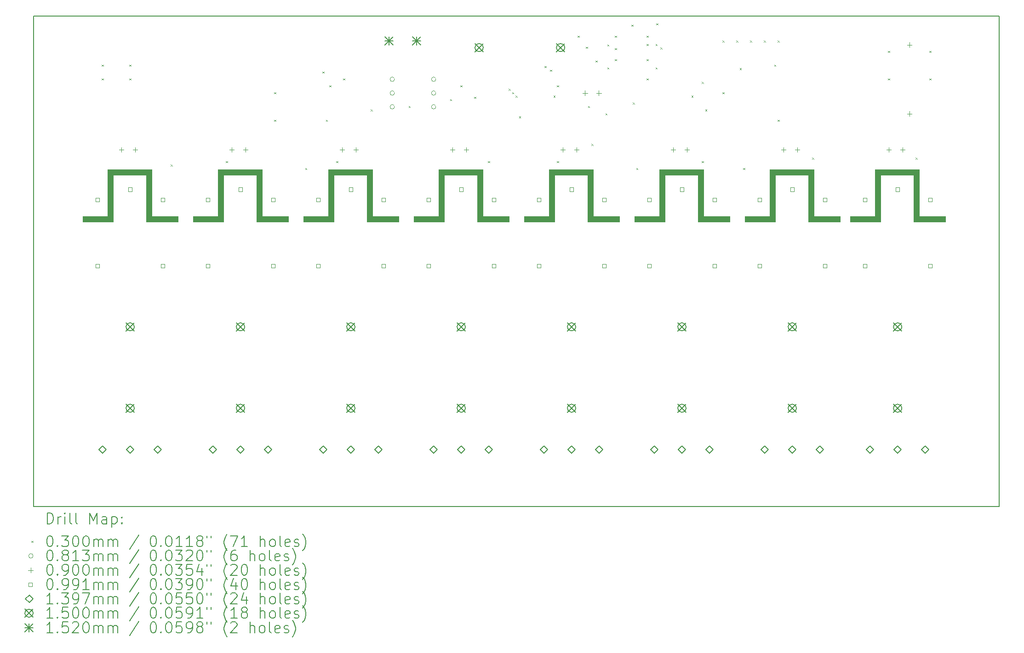
<source format=gbr>
%TF.GenerationSoftware,KiCad,Pcbnew,8.0.5*%
%TF.CreationDate,2024-09-24T14:12:54-04:00*%
%TF.ProjectId,MPD V1,4d504420-5631-42e6-9b69-6361645f7063,rev?*%
%TF.SameCoordinates,Original*%
%TF.FileFunction,Drillmap*%
%TF.FilePolarity,Positive*%
%FSLAX45Y45*%
G04 Gerber Fmt 4.5, Leading zero omitted, Abs format (unit mm)*
G04 Created by KiCad (PCBNEW 8.0.5) date 2024-09-24 14:12:54*
%MOMM*%
%LPD*%
G01*
G04 APERTURE LIST*
%ADD10C,0.200000*%
%ADD11C,0.100000*%
%ADD12C,0.139700*%
%ADD13C,0.150000*%
%ADD14C,0.152000*%
G04 APERTURE END LIST*
D10*
X4572000Y-3911600D02*
X22352000Y-3911600D01*
X22352000Y-12954000D01*
X4572000Y-12954000D01*
X4572000Y-3911600D01*
D11*
X12842800Y-7606445D02*
X13325400Y-7606445D01*
X13325400Y-7708045D01*
X12741200Y-7708045D01*
X12741200Y-6844445D01*
X12131600Y-6844445D01*
X12131600Y-7708045D01*
X11572800Y-7708045D01*
X11572800Y-7606445D01*
X12030000Y-7606445D01*
X12030000Y-6742845D01*
X12842800Y-6742845D01*
X12842800Y-7606445D01*
G36*
X12842800Y-7606445D02*
G01*
X13325400Y-7606445D01*
X13325400Y-7708045D01*
X12741200Y-7708045D01*
X12741200Y-6844445D01*
X12131600Y-6844445D01*
X12131600Y-7708045D01*
X11572800Y-7708045D01*
X11572800Y-7606445D01*
X12030000Y-7606445D01*
X12030000Y-6742845D01*
X12842800Y-6742845D01*
X12842800Y-7606445D01*
G37*
X6746800Y-7606445D02*
X7229400Y-7606445D01*
X7229400Y-7708045D01*
X6645200Y-7708045D01*
X6645200Y-6844445D01*
X6035600Y-6844445D01*
X6035600Y-7708045D01*
X5476800Y-7708045D01*
X5476800Y-7606445D01*
X5934000Y-7606445D01*
X5934000Y-6742845D01*
X6746800Y-6742845D01*
X6746800Y-7606445D01*
G36*
X6746800Y-7606445D02*
G01*
X7229400Y-7606445D01*
X7229400Y-7708045D01*
X6645200Y-7708045D01*
X6645200Y-6844445D01*
X6035600Y-6844445D01*
X6035600Y-7708045D01*
X5476800Y-7708045D01*
X5476800Y-7606445D01*
X5934000Y-7606445D01*
X5934000Y-6742845D01*
X6746800Y-6742845D01*
X6746800Y-7606445D01*
G37*
X20878800Y-7606445D02*
X21361400Y-7606445D01*
X21361400Y-7708045D01*
X20777200Y-7708045D01*
X20777200Y-6844445D01*
X20167600Y-6844445D01*
X20167600Y-7708045D01*
X19608800Y-7708045D01*
X19608800Y-7606445D01*
X20066000Y-7606445D01*
X20066000Y-6742845D01*
X20878800Y-6742845D01*
X20878800Y-7606445D01*
G36*
X20878800Y-7606445D02*
G01*
X21361400Y-7606445D01*
X21361400Y-7708045D01*
X20777200Y-7708045D01*
X20777200Y-6844445D01*
X20167600Y-6844445D01*
X20167600Y-7708045D01*
X19608800Y-7708045D01*
X19608800Y-7606445D01*
X20066000Y-7606445D01*
X20066000Y-6742845D01*
X20878800Y-6742845D01*
X20878800Y-7606445D01*
G37*
X16906800Y-7606445D02*
X17389400Y-7606445D01*
X17389400Y-7708045D01*
X16805200Y-7708045D01*
X16805200Y-6844445D01*
X16195600Y-6844445D01*
X16195600Y-7708045D01*
X15636800Y-7708045D01*
X15636800Y-7606445D01*
X16094000Y-7606445D01*
X16094000Y-6742845D01*
X16906800Y-6742845D01*
X16906800Y-7606445D01*
G36*
X16906800Y-7606445D02*
G01*
X17389400Y-7606445D01*
X17389400Y-7708045D01*
X16805200Y-7708045D01*
X16805200Y-6844445D01*
X16195600Y-6844445D01*
X16195600Y-7708045D01*
X15636800Y-7708045D01*
X15636800Y-7606445D01*
X16094000Y-7606445D01*
X16094000Y-6742845D01*
X16906800Y-6742845D01*
X16906800Y-7606445D01*
G37*
X14874800Y-7606445D02*
X15357400Y-7606445D01*
X15357400Y-7708045D01*
X14773200Y-7708045D01*
X14773200Y-6844445D01*
X14163600Y-6844445D01*
X14163600Y-7708045D01*
X13604800Y-7708045D01*
X13604800Y-7606445D01*
X14062000Y-7606445D01*
X14062000Y-6742845D01*
X14874800Y-6742845D01*
X14874800Y-7606445D01*
G36*
X14874800Y-7606445D02*
G01*
X15357400Y-7606445D01*
X15357400Y-7708045D01*
X14773200Y-7708045D01*
X14773200Y-6844445D01*
X14163600Y-6844445D01*
X14163600Y-7708045D01*
X13604800Y-7708045D01*
X13604800Y-7606445D01*
X14062000Y-7606445D01*
X14062000Y-6742845D01*
X14874800Y-6742845D01*
X14874800Y-7606445D01*
G37*
X18938800Y-7606445D02*
X19421400Y-7606445D01*
X19421400Y-7708045D01*
X18837200Y-7708045D01*
X18837200Y-6844445D01*
X18227600Y-6844445D01*
X18227600Y-7708045D01*
X17668800Y-7708045D01*
X17668800Y-7606445D01*
X18126000Y-7606445D01*
X18126000Y-6742845D01*
X18938800Y-6742845D01*
X18938800Y-7606445D01*
G36*
X18938800Y-7606445D02*
G01*
X19421400Y-7606445D01*
X19421400Y-7708045D01*
X18837200Y-7708045D01*
X18837200Y-6844445D01*
X18227600Y-6844445D01*
X18227600Y-7708045D01*
X17668800Y-7708045D01*
X17668800Y-7606445D01*
X18126000Y-7606445D01*
X18126000Y-6742845D01*
X18938800Y-6742845D01*
X18938800Y-7606445D01*
G37*
X8778800Y-7606445D02*
X9261400Y-7606445D01*
X9261400Y-7708045D01*
X8677200Y-7708045D01*
X8677200Y-6844445D01*
X8067600Y-6844445D01*
X8067600Y-7708045D01*
X7508800Y-7708045D01*
X7508800Y-7606445D01*
X7966000Y-7606445D01*
X7966000Y-6742845D01*
X8778800Y-6742845D01*
X8778800Y-7606445D01*
G36*
X8778800Y-7606445D02*
G01*
X9261400Y-7606445D01*
X9261400Y-7708045D01*
X8677200Y-7708045D01*
X8677200Y-6844445D01*
X8067600Y-6844445D01*
X8067600Y-7708045D01*
X7508800Y-7708045D01*
X7508800Y-7606445D01*
X7966000Y-7606445D01*
X7966000Y-6742845D01*
X8778800Y-6742845D01*
X8778800Y-7606445D01*
G37*
X10810800Y-7606445D02*
X11293400Y-7606445D01*
X11293400Y-7708045D01*
X10709200Y-7708045D01*
X10709200Y-6844445D01*
X10099600Y-6844445D01*
X10099600Y-7708045D01*
X9540800Y-7708045D01*
X9540800Y-7606445D01*
X9998000Y-7606445D01*
X9998000Y-6742845D01*
X10810800Y-6742845D01*
X10810800Y-7606445D01*
G36*
X10810800Y-7606445D02*
G01*
X11293400Y-7606445D01*
X11293400Y-7708045D01*
X10709200Y-7708045D01*
X10709200Y-6844445D01*
X10099600Y-6844445D01*
X10099600Y-7708045D01*
X9540800Y-7708045D01*
X9540800Y-7606445D01*
X9998000Y-7606445D01*
X9998000Y-6742845D01*
X10810800Y-6742845D01*
X10810800Y-7606445D01*
G37*
D10*
D11*
X5827000Y-4811000D02*
X5857000Y-4841000D01*
X5857000Y-4811000D02*
X5827000Y-4841000D01*
X5827000Y-5065000D02*
X5857000Y-5095000D01*
X5857000Y-5065000D02*
X5827000Y-5095000D01*
X6335000Y-4811000D02*
X6365000Y-4841000D01*
X6365000Y-4811000D02*
X6335000Y-4841000D01*
X6335000Y-5065000D02*
X6365000Y-5095000D01*
X6365000Y-5065000D02*
X6335000Y-5095000D01*
X7097000Y-6652500D02*
X7127000Y-6682500D01*
X7127000Y-6652500D02*
X7097000Y-6682500D01*
X8113000Y-6589000D02*
X8143000Y-6619000D01*
X8143000Y-6589000D02*
X8113000Y-6619000D01*
X9002000Y-5319000D02*
X9032000Y-5349000D01*
X9032000Y-5319000D02*
X9002000Y-5349000D01*
X9002000Y-5827000D02*
X9032000Y-5857000D01*
X9032000Y-5827000D02*
X9002000Y-5857000D01*
X9573500Y-6716000D02*
X9603500Y-6746000D01*
X9603500Y-6716000D02*
X9573500Y-6746000D01*
X9891000Y-4938000D02*
X9921000Y-4968000D01*
X9921000Y-4938000D02*
X9891000Y-4968000D01*
X9954500Y-5827000D02*
X9984500Y-5857000D01*
X9984500Y-5827000D02*
X9954500Y-5857000D01*
X10018000Y-5192000D02*
X10048000Y-5222000D01*
X10048000Y-5192000D02*
X10018000Y-5222000D01*
X10145000Y-6589000D02*
X10175000Y-6619000D01*
X10175000Y-6589000D02*
X10145000Y-6619000D01*
X10272000Y-5065000D02*
X10302000Y-5095000D01*
X10302000Y-5065000D02*
X10272000Y-5095000D01*
X10780000Y-5636500D02*
X10810000Y-5666500D01*
X10810000Y-5636500D02*
X10780000Y-5666500D01*
X11478500Y-5573000D02*
X11508500Y-5603000D01*
X11508500Y-5573000D02*
X11478500Y-5603000D01*
X12240500Y-5446000D02*
X12270500Y-5476000D01*
X12270500Y-5446000D02*
X12240500Y-5476000D01*
X12431000Y-5192000D02*
X12461000Y-5222000D01*
X12461000Y-5192000D02*
X12431000Y-5222000D01*
X12685000Y-5404950D02*
X12715000Y-5434950D01*
X12715000Y-5404950D02*
X12685000Y-5434950D01*
X12939000Y-6589000D02*
X12969000Y-6619000D01*
X12969000Y-6589000D02*
X12939000Y-6619000D01*
X13320000Y-5255500D02*
X13350000Y-5285500D01*
X13350000Y-5255500D02*
X13320000Y-5285500D01*
X13383500Y-5319000D02*
X13413500Y-5349000D01*
X13413500Y-5319000D02*
X13383500Y-5349000D01*
X13447000Y-5382500D02*
X13477000Y-5412500D01*
X13477000Y-5382500D02*
X13447000Y-5412500D01*
X13510500Y-5763500D02*
X13540500Y-5793500D01*
X13540500Y-5763500D02*
X13510500Y-5793500D01*
X13980400Y-4836400D02*
X14010400Y-4866400D01*
X14010400Y-4836400D02*
X13980400Y-4866400D01*
X14082000Y-4903902D02*
X14112000Y-4933902D01*
X14112000Y-4903902D02*
X14082000Y-4933902D01*
X14145500Y-5382500D02*
X14175500Y-5412500D01*
X14175500Y-5382500D02*
X14145500Y-5412500D01*
X14209000Y-5192000D02*
X14239000Y-5222000D01*
X14239000Y-5192000D02*
X14209000Y-5222000D01*
X14209000Y-6589000D02*
X14239000Y-6619000D01*
X14239000Y-6589000D02*
X14209000Y-6619000D01*
X14590000Y-4277600D02*
X14620000Y-4307600D01*
X14620000Y-4277600D02*
X14590000Y-4307600D01*
X14742400Y-4480800D02*
X14772400Y-4510800D01*
X14772400Y-4480800D02*
X14742400Y-4510800D01*
X14780500Y-5573000D02*
X14810500Y-5603000D01*
X14810500Y-5573000D02*
X14780500Y-5603000D01*
X14844000Y-6271500D02*
X14874000Y-6301500D01*
X14874000Y-6271500D02*
X14844000Y-6301500D01*
X14920200Y-4734800D02*
X14950200Y-4764800D01*
X14950200Y-4734800D02*
X14920200Y-4764800D01*
X15102340Y-5707413D02*
X15132340Y-5737413D01*
X15132340Y-5707413D02*
X15102340Y-5737413D01*
X15135500Y-4436500D02*
X15165500Y-4466500D01*
X15165500Y-4436500D02*
X15135500Y-4466500D01*
X15135500Y-4861800D02*
X15165500Y-4891800D01*
X15165500Y-4861800D02*
X15135500Y-4891800D01*
X15275800Y-4277600D02*
X15305800Y-4307600D01*
X15305800Y-4277600D02*
X15275800Y-4307600D01*
X15275800Y-4506200D02*
X15305800Y-4536200D01*
X15305800Y-4506200D02*
X15275800Y-4536200D01*
X15275800Y-4709400D02*
X15305800Y-4739400D01*
X15305800Y-4709400D02*
X15275800Y-4739400D01*
X15580600Y-4074400D02*
X15610600Y-4104400D01*
X15610600Y-4074400D02*
X15580600Y-4104400D01*
X15606000Y-5509500D02*
X15636000Y-5539500D01*
X15636000Y-5509500D02*
X15606000Y-5539500D01*
X15669500Y-6716000D02*
X15699500Y-6746000D01*
X15699500Y-6716000D02*
X15669500Y-6746000D01*
X15860000Y-4277600D02*
X15890000Y-4307600D01*
X15890000Y-4277600D02*
X15860000Y-4307600D01*
X15860000Y-4430000D02*
X15890000Y-4460000D01*
X15890000Y-4430000D02*
X15860000Y-4460000D01*
X15860000Y-4709400D02*
X15890000Y-4739400D01*
X15890000Y-4709400D02*
X15860000Y-4739400D01*
X15860000Y-5065000D02*
X15890000Y-5095000D01*
X15890000Y-5065000D02*
X15860000Y-5095000D01*
X16024500Y-4430000D02*
X16054500Y-4460000D01*
X16054500Y-4430000D02*
X16024500Y-4460000D01*
X16024500Y-4861800D02*
X16054500Y-4891800D01*
X16054500Y-4861800D02*
X16024500Y-4891800D01*
X16037800Y-4049000D02*
X16067800Y-4079000D01*
X16067800Y-4049000D02*
X16037800Y-4079000D01*
X16114000Y-4493500D02*
X16144000Y-4523500D01*
X16144000Y-4493500D02*
X16114000Y-4523500D01*
X16685500Y-5382500D02*
X16715500Y-5412500D01*
X16715500Y-5382500D02*
X16685500Y-5412500D01*
X16876000Y-5128500D02*
X16906000Y-5158500D01*
X16906000Y-5128500D02*
X16876000Y-5158500D01*
X16876000Y-6589000D02*
X16906000Y-6619000D01*
X16906000Y-6589000D02*
X16876000Y-6619000D01*
X16939500Y-5636500D02*
X16969500Y-5666500D01*
X16969500Y-5636500D02*
X16939500Y-5666500D01*
X17257000Y-4366500D02*
X17287000Y-4396500D01*
X17287000Y-4366500D02*
X17257000Y-4396500D01*
X17257000Y-5319000D02*
X17287000Y-5349000D01*
X17287000Y-5319000D02*
X17257000Y-5349000D01*
X17511000Y-4366500D02*
X17541000Y-4396500D01*
X17541000Y-4366500D02*
X17511000Y-4396500D01*
X17574500Y-4874500D02*
X17604500Y-4904500D01*
X17604500Y-4874500D02*
X17574500Y-4904500D01*
X17638000Y-6716000D02*
X17668000Y-6746000D01*
X17668000Y-6716000D02*
X17638000Y-6746000D01*
X17765000Y-4366500D02*
X17795000Y-4396500D01*
X17795000Y-4366500D02*
X17765000Y-4396500D01*
X18019000Y-4366500D02*
X18049000Y-4396500D01*
X18049000Y-4366500D02*
X18019000Y-4396500D01*
X18209500Y-4811000D02*
X18239500Y-4841000D01*
X18239500Y-4811000D02*
X18209500Y-4841000D01*
X18273000Y-4366500D02*
X18303000Y-4396500D01*
X18303000Y-4366500D02*
X18273000Y-4396500D01*
X18273000Y-5827000D02*
X18303000Y-5857000D01*
X18303000Y-5827000D02*
X18273000Y-5857000D01*
X18908000Y-6525500D02*
X18938000Y-6555500D01*
X18938000Y-6525500D02*
X18908000Y-6555500D01*
X20305000Y-4557000D02*
X20335000Y-4587000D01*
X20335000Y-4557000D02*
X20305000Y-4587000D01*
X20305000Y-5065000D02*
X20335000Y-5095000D01*
X20335000Y-5065000D02*
X20305000Y-5095000D01*
X20813000Y-6525500D02*
X20843000Y-6555500D01*
X20843000Y-6525500D02*
X20813000Y-6555500D01*
X21067000Y-4557000D02*
X21097000Y-4587000D01*
X21097000Y-4557000D02*
X21067000Y-4587000D01*
X21067000Y-5065000D02*
X21097000Y-5095000D01*
X21097000Y-5065000D02*
X21067000Y-5095000D01*
X11216640Y-5080000D02*
G75*
G02*
X11135360Y-5080000I-40640J0D01*
G01*
X11135360Y-5080000D02*
G75*
G02*
X11216640Y-5080000I40640J0D01*
G01*
X11216640Y-5334000D02*
G75*
G02*
X11135360Y-5334000I-40640J0D01*
G01*
X11135360Y-5334000D02*
G75*
G02*
X11216640Y-5334000I40640J0D01*
G01*
X11216640Y-5588000D02*
G75*
G02*
X11135360Y-5588000I-40640J0D01*
G01*
X11135360Y-5588000D02*
G75*
G02*
X11216640Y-5588000I40640J0D01*
G01*
X11978640Y-5080000D02*
G75*
G02*
X11897360Y-5080000I-40640J0D01*
G01*
X11897360Y-5080000D02*
G75*
G02*
X11978640Y-5080000I40640J0D01*
G01*
X11978640Y-5334000D02*
G75*
G02*
X11897360Y-5334000I-40640J0D01*
G01*
X11897360Y-5334000D02*
G75*
G02*
X11978640Y-5334000I40640J0D01*
G01*
X11978640Y-5588000D02*
G75*
G02*
X11897360Y-5588000I-40640J0D01*
G01*
X11897360Y-5588000D02*
G75*
G02*
X11978640Y-5588000I40640J0D01*
G01*
X6188000Y-6334355D02*
X6188000Y-6424355D01*
X6143000Y-6379355D02*
X6233000Y-6379355D01*
X6442000Y-6334355D02*
X6442000Y-6424355D01*
X6397000Y-6379355D02*
X6487000Y-6379355D01*
X8220000Y-6334355D02*
X8220000Y-6424355D01*
X8175000Y-6379355D02*
X8265000Y-6379355D01*
X8474000Y-6334355D02*
X8474000Y-6424355D01*
X8429000Y-6379355D02*
X8519000Y-6379355D01*
X10252000Y-6334355D02*
X10252000Y-6424355D01*
X10207000Y-6379355D02*
X10297000Y-6379355D01*
X10506000Y-6334355D02*
X10506000Y-6424355D01*
X10461000Y-6379355D02*
X10551000Y-6379355D01*
X12284000Y-6334355D02*
X12284000Y-6424355D01*
X12239000Y-6379355D02*
X12329000Y-6379355D01*
X12538000Y-6334355D02*
X12538000Y-6424355D01*
X12493000Y-6379355D02*
X12583000Y-6379355D01*
X14316000Y-6334355D02*
X14316000Y-6424355D01*
X14271000Y-6379355D02*
X14361000Y-6379355D01*
X14570000Y-6334355D02*
X14570000Y-6424355D01*
X14525000Y-6379355D02*
X14615000Y-6379355D01*
X14725000Y-5289000D02*
X14725000Y-5379000D01*
X14680000Y-5334000D02*
X14770000Y-5334000D01*
X14979000Y-5289000D02*
X14979000Y-5379000D01*
X14934000Y-5334000D02*
X15024000Y-5334000D01*
X16348000Y-6334355D02*
X16348000Y-6424355D01*
X16303000Y-6379355D02*
X16393000Y-6379355D01*
X16602000Y-6334355D02*
X16602000Y-6424355D01*
X16557000Y-6379355D02*
X16647000Y-6379355D01*
X18380000Y-6334355D02*
X18380000Y-6424355D01*
X18335000Y-6379355D02*
X18425000Y-6379355D01*
X18634000Y-6334355D02*
X18634000Y-6424355D01*
X18589000Y-6379355D02*
X18679000Y-6379355D01*
X20320000Y-6334355D02*
X20320000Y-6424355D01*
X20275000Y-6379355D02*
X20365000Y-6379355D01*
X20574000Y-6334355D02*
X20574000Y-6424355D01*
X20529000Y-6379355D02*
X20619000Y-6379355D01*
X20701000Y-4400000D02*
X20701000Y-4490000D01*
X20656000Y-4445000D02*
X20746000Y-4445000D01*
X20701000Y-5670000D02*
X20701000Y-5760000D01*
X20656000Y-5715000D02*
X20746000Y-5715000D01*
X5785024Y-7335868D02*
X5785024Y-7265822D01*
X5714977Y-7265822D01*
X5714977Y-7335868D01*
X5785024Y-7335868D01*
X5785024Y-8555868D02*
X5785024Y-8485822D01*
X5714977Y-8485822D01*
X5714977Y-8555868D01*
X5785024Y-8555868D01*
X6385023Y-7145868D02*
X6385023Y-7075822D01*
X6314977Y-7075822D01*
X6314977Y-7145868D01*
X6385023Y-7145868D01*
X6985023Y-7335868D02*
X6985023Y-7265822D01*
X6914977Y-7265822D01*
X6914977Y-7335868D01*
X6985023Y-7335868D01*
X6985023Y-8555868D02*
X6985023Y-8485822D01*
X6914977Y-8485822D01*
X6914977Y-8555868D01*
X6985023Y-8555868D01*
X7817024Y-7335868D02*
X7817024Y-7265822D01*
X7746977Y-7265822D01*
X7746977Y-7335868D01*
X7817024Y-7335868D01*
X7817024Y-8555868D02*
X7817024Y-8485822D01*
X7746977Y-8485822D01*
X7746977Y-8555868D01*
X7817024Y-8555868D01*
X8417024Y-7145868D02*
X8417024Y-7075822D01*
X8346977Y-7075822D01*
X8346977Y-7145868D01*
X8417024Y-7145868D01*
X9017023Y-7335868D02*
X9017023Y-7265822D01*
X8946977Y-7265822D01*
X8946977Y-7335868D01*
X9017023Y-7335868D01*
X9017023Y-8555868D02*
X9017023Y-8485822D01*
X8946977Y-8485822D01*
X8946977Y-8555868D01*
X9017023Y-8555868D01*
X9849024Y-7335868D02*
X9849024Y-7265822D01*
X9778977Y-7265822D01*
X9778977Y-7335868D01*
X9849024Y-7335868D01*
X9849024Y-8555868D02*
X9849024Y-8485822D01*
X9778977Y-8485822D01*
X9778977Y-8555868D01*
X9849024Y-8555868D01*
X10449024Y-7145868D02*
X10449024Y-7075822D01*
X10378977Y-7075822D01*
X10378977Y-7145868D01*
X10449024Y-7145868D01*
X11049023Y-7335868D02*
X11049023Y-7265822D01*
X10978977Y-7265822D01*
X10978977Y-7335868D01*
X11049023Y-7335868D01*
X11049023Y-8555868D02*
X11049023Y-8485822D01*
X10978977Y-8485822D01*
X10978977Y-8555868D01*
X11049023Y-8555868D01*
X11881024Y-7335868D02*
X11881024Y-7265822D01*
X11810977Y-7265822D01*
X11810977Y-7335868D01*
X11881024Y-7335868D01*
X11881024Y-8555868D02*
X11881024Y-8485822D01*
X11810977Y-8485822D01*
X11810977Y-8555868D01*
X11881024Y-8555868D01*
X12481023Y-7145868D02*
X12481023Y-7075822D01*
X12410977Y-7075822D01*
X12410977Y-7145868D01*
X12481023Y-7145868D01*
X13081023Y-7335868D02*
X13081023Y-7265822D01*
X13010977Y-7265822D01*
X13010977Y-7335868D01*
X13081023Y-7335868D01*
X13081023Y-8555868D02*
X13081023Y-8485822D01*
X13010977Y-8485822D01*
X13010977Y-8555868D01*
X13081023Y-8555868D01*
X13913023Y-7335868D02*
X13913023Y-7265822D01*
X13842977Y-7265822D01*
X13842977Y-7335868D01*
X13913023Y-7335868D01*
X13913023Y-8555868D02*
X13913023Y-8485822D01*
X13842977Y-8485822D01*
X13842977Y-8555868D01*
X13913023Y-8555868D01*
X14513023Y-7145868D02*
X14513023Y-7075822D01*
X14442977Y-7075822D01*
X14442977Y-7145868D01*
X14513023Y-7145868D01*
X15113023Y-7335868D02*
X15113023Y-7265822D01*
X15042976Y-7265822D01*
X15042976Y-7335868D01*
X15113023Y-7335868D01*
X15113023Y-8555868D02*
X15113023Y-8485822D01*
X15042976Y-8485822D01*
X15042976Y-8555868D01*
X15113023Y-8555868D01*
X15945024Y-7335868D02*
X15945024Y-7265822D01*
X15874977Y-7265822D01*
X15874977Y-7335868D01*
X15945024Y-7335868D01*
X15945024Y-8555868D02*
X15945024Y-8485822D01*
X15874977Y-8485822D01*
X15874977Y-8555868D01*
X15945024Y-8555868D01*
X16545023Y-7145868D02*
X16545023Y-7075822D01*
X16474977Y-7075822D01*
X16474977Y-7145868D01*
X16545023Y-7145868D01*
X17145023Y-7335868D02*
X17145023Y-7265822D01*
X17074977Y-7265822D01*
X17074977Y-7335868D01*
X17145023Y-7335868D01*
X17145023Y-8555868D02*
X17145023Y-8485822D01*
X17074977Y-8485822D01*
X17074977Y-8555868D01*
X17145023Y-8555868D01*
X17977024Y-7335868D02*
X17977024Y-7265822D01*
X17906977Y-7265822D01*
X17906977Y-7335868D01*
X17977024Y-7335868D01*
X17977024Y-8555868D02*
X17977024Y-8485822D01*
X17906977Y-8485822D01*
X17906977Y-8555868D01*
X17977024Y-8555868D01*
X18577023Y-7145868D02*
X18577023Y-7075822D01*
X18506977Y-7075822D01*
X18506977Y-7145868D01*
X18577023Y-7145868D01*
X19177023Y-7335868D02*
X19177023Y-7265822D01*
X19106977Y-7265822D01*
X19106977Y-7335868D01*
X19177023Y-7335868D01*
X19177023Y-8555868D02*
X19177023Y-8485822D01*
X19106977Y-8485822D01*
X19106977Y-8555868D01*
X19177023Y-8555868D01*
X19917024Y-7335868D02*
X19917024Y-7265822D01*
X19846977Y-7265822D01*
X19846977Y-7335868D01*
X19917024Y-7335868D01*
X19917024Y-8555868D02*
X19917024Y-8485822D01*
X19846977Y-8485822D01*
X19846977Y-8555868D01*
X19917024Y-8555868D01*
X20517024Y-7145868D02*
X20517024Y-7075822D01*
X20446977Y-7075822D01*
X20446977Y-7145868D01*
X20517024Y-7145868D01*
X21117023Y-7335868D02*
X21117023Y-7265822D01*
X21046977Y-7265822D01*
X21046977Y-7335868D01*
X21117023Y-7335868D01*
X21117023Y-8555868D02*
X21117023Y-8485822D01*
X21046977Y-8485822D01*
X21046977Y-8555868D01*
X21117023Y-8555868D01*
D12*
X5842000Y-11976950D02*
X5911850Y-11907100D01*
X5842000Y-11837250D01*
X5772150Y-11907100D01*
X5842000Y-11976950D01*
X6350000Y-11976950D02*
X6419850Y-11907100D01*
X6350000Y-11837250D01*
X6280150Y-11907100D01*
X6350000Y-11976950D01*
X6858000Y-11976950D02*
X6927850Y-11907100D01*
X6858000Y-11837250D01*
X6788150Y-11907100D01*
X6858000Y-11976950D01*
X7874000Y-11976950D02*
X7943850Y-11907100D01*
X7874000Y-11837250D01*
X7804150Y-11907100D01*
X7874000Y-11976950D01*
X8382000Y-11976950D02*
X8451850Y-11907100D01*
X8382000Y-11837250D01*
X8312150Y-11907100D01*
X8382000Y-11976950D01*
X8890000Y-11976950D02*
X8959850Y-11907100D01*
X8890000Y-11837250D01*
X8820150Y-11907100D01*
X8890000Y-11976950D01*
X9906000Y-11976950D02*
X9975850Y-11907100D01*
X9906000Y-11837250D01*
X9836150Y-11907100D01*
X9906000Y-11976950D01*
X10414000Y-11976950D02*
X10483850Y-11907100D01*
X10414000Y-11837250D01*
X10344150Y-11907100D01*
X10414000Y-11976950D01*
X10922000Y-11976950D02*
X10991850Y-11907100D01*
X10922000Y-11837250D01*
X10852150Y-11907100D01*
X10922000Y-11976950D01*
X11938000Y-11976950D02*
X12007850Y-11907100D01*
X11938000Y-11837250D01*
X11868150Y-11907100D01*
X11938000Y-11976950D01*
X12446000Y-11976950D02*
X12515850Y-11907100D01*
X12446000Y-11837250D01*
X12376150Y-11907100D01*
X12446000Y-11976950D01*
X12954000Y-11976950D02*
X13023850Y-11907100D01*
X12954000Y-11837250D01*
X12884150Y-11907100D01*
X12954000Y-11976950D01*
X13970000Y-11976950D02*
X14039850Y-11907100D01*
X13970000Y-11837250D01*
X13900150Y-11907100D01*
X13970000Y-11976950D01*
X14478000Y-11976950D02*
X14547850Y-11907100D01*
X14478000Y-11837250D01*
X14408150Y-11907100D01*
X14478000Y-11976950D01*
X14986000Y-11976950D02*
X15055850Y-11907100D01*
X14986000Y-11837250D01*
X14916150Y-11907100D01*
X14986000Y-11976950D01*
X16002000Y-11976950D02*
X16071850Y-11907100D01*
X16002000Y-11837250D01*
X15932150Y-11907100D01*
X16002000Y-11976950D01*
X16510000Y-11976950D02*
X16579850Y-11907100D01*
X16510000Y-11837250D01*
X16440150Y-11907100D01*
X16510000Y-11976950D01*
X17018000Y-11976950D02*
X17087850Y-11907100D01*
X17018000Y-11837250D01*
X16948150Y-11907100D01*
X17018000Y-11976950D01*
X18034000Y-11976950D02*
X18103850Y-11907100D01*
X18034000Y-11837250D01*
X17964150Y-11907100D01*
X18034000Y-11976950D01*
X18542000Y-11976950D02*
X18611850Y-11907100D01*
X18542000Y-11837250D01*
X18472150Y-11907100D01*
X18542000Y-11976950D01*
X19050000Y-11976950D02*
X19119850Y-11907100D01*
X19050000Y-11837250D01*
X18980150Y-11907100D01*
X19050000Y-11976950D01*
X19974000Y-11976950D02*
X20043850Y-11907100D01*
X19974000Y-11837250D01*
X19904150Y-11907100D01*
X19974000Y-11976950D01*
X20482000Y-11976950D02*
X20551850Y-11907100D01*
X20482000Y-11837250D01*
X20412150Y-11907100D01*
X20482000Y-11976950D01*
X20990000Y-11976950D02*
X21059850Y-11907100D01*
X20990000Y-11837250D01*
X20920150Y-11907100D01*
X20990000Y-11976950D01*
D13*
X6275000Y-9570100D02*
X6425000Y-9720100D01*
X6425000Y-9570100D02*
X6275000Y-9720100D01*
X6425000Y-9645100D02*
G75*
G02*
X6275000Y-9645100I-75000J0D01*
G01*
X6275000Y-9645100D02*
G75*
G02*
X6425000Y-9645100I75000J0D01*
G01*
X6275000Y-11070100D02*
X6425000Y-11220100D01*
X6425000Y-11070100D02*
X6275000Y-11220100D01*
X6425000Y-11145100D02*
G75*
G02*
X6275000Y-11145100I-75000J0D01*
G01*
X6275000Y-11145100D02*
G75*
G02*
X6425000Y-11145100I75000J0D01*
G01*
X8307000Y-9570100D02*
X8457000Y-9720100D01*
X8457000Y-9570100D02*
X8307000Y-9720100D01*
X8457000Y-9645100D02*
G75*
G02*
X8307000Y-9645100I-75000J0D01*
G01*
X8307000Y-9645100D02*
G75*
G02*
X8457000Y-9645100I75000J0D01*
G01*
X8307000Y-11070100D02*
X8457000Y-11220100D01*
X8457000Y-11070100D02*
X8307000Y-11220100D01*
X8457000Y-11145100D02*
G75*
G02*
X8307000Y-11145100I-75000J0D01*
G01*
X8307000Y-11145100D02*
G75*
G02*
X8457000Y-11145100I75000J0D01*
G01*
X10339000Y-9570100D02*
X10489000Y-9720100D01*
X10489000Y-9570100D02*
X10339000Y-9720100D01*
X10489000Y-9645100D02*
G75*
G02*
X10339000Y-9645100I-75000J0D01*
G01*
X10339000Y-9645100D02*
G75*
G02*
X10489000Y-9645100I75000J0D01*
G01*
X10339000Y-11070100D02*
X10489000Y-11220100D01*
X10489000Y-11070100D02*
X10339000Y-11220100D01*
X10489000Y-11145100D02*
G75*
G02*
X10339000Y-11145100I-75000J0D01*
G01*
X10339000Y-11145100D02*
G75*
G02*
X10489000Y-11145100I75000J0D01*
G01*
X12371000Y-9570100D02*
X12521000Y-9720100D01*
X12521000Y-9570100D02*
X12371000Y-9720100D01*
X12521000Y-9645100D02*
G75*
G02*
X12371000Y-9645100I-75000J0D01*
G01*
X12371000Y-9645100D02*
G75*
G02*
X12521000Y-9645100I75000J0D01*
G01*
X12371000Y-11070100D02*
X12521000Y-11220100D01*
X12521000Y-11070100D02*
X12371000Y-11220100D01*
X12521000Y-11145100D02*
G75*
G02*
X12371000Y-11145100I-75000J0D01*
G01*
X12371000Y-11145100D02*
G75*
G02*
X12521000Y-11145100I75000J0D01*
G01*
X12700500Y-4421450D02*
X12850500Y-4571450D01*
X12850500Y-4421450D02*
X12700500Y-4571450D01*
X12850500Y-4496450D02*
G75*
G02*
X12700500Y-4496450I-75000J0D01*
G01*
X12700500Y-4496450D02*
G75*
G02*
X12850500Y-4496450I75000J0D01*
G01*
X14200500Y-4421450D02*
X14350500Y-4571450D01*
X14350500Y-4421450D02*
X14200500Y-4571450D01*
X14350500Y-4496450D02*
G75*
G02*
X14200500Y-4496450I-75000J0D01*
G01*
X14200500Y-4496450D02*
G75*
G02*
X14350500Y-4496450I75000J0D01*
G01*
X14403000Y-9570100D02*
X14553000Y-9720100D01*
X14553000Y-9570100D02*
X14403000Y-9720100D01*
X14553000Y-9645100D02*
G75*
G02*
X14403000Y-9645100I-75000J0D01*
G01*
X14403000Y-9645100D02*
G75*
G02*
X14553000Y-9645100I75000J0D01*
G01*
X14403000Y-11070100D02*
X14553000Y-11220100D01*
X14553000Y-11070100D02*
X14403000Y-11220100D01*
X14553000Y-11145100D02*
G75*
G02*
X14403000Y-11145100I-75000J0D01*
G01*
X14403000Y-11145100D02*
G75*
G02*
X14553000Y-11145100I75000J0D01*
G01*
X16435000Y-9570100D02*
X16585000Y-9720100D01*
X16585000Y-9570100D02*
X16435000Y-9720100D01*
X16585000Y-9645100D02*
G75*
G02*
X16435000Y-9645100I-75000J0D01*
G01*
X16435000Y-9645100D02*
G75*
G02*
X16585000Y-9645100I75000J0D01*
G01*
X16435000Y-11070100D02*
X16585000Y-11220100D01*
X16585000Y-11070100D02*
X16435000Y-11220100D01*
X16585000Y-11145100D02*
G75*
G02*
X16435000Y-11145100I-75000J0D01*
G01*
X16435000Y-11145100D02*
G75*
G02*
X16585000Y-11145100I75000J0D01*
G01*
X18467000Y-9570100D02*
X18617000Y-9720100D01*
X18617000Y-9570100D02*
X18467000Y-9720100D01*
X18617000Y-9645100D02*
G75*
G02*
X18467000Y-9645100I-75000J0D01*
G01*
X18467000Y-9645100D02*
G75*
G02*
X18617000Y-9645100I75000J0D01*
G01*
X18467000Y-11070100D02*
X18617000Y-11220100D01*
X18617000Y-11070100D02*
X18467000Y-11220100D01*
X18617000Y-11145100D02*
G75*
G02*
X18467000Y-11145100I-75000J0D01*
G01*
X18467000Y-11145100D02*
G75*
G02*
X18617000Y-11145100I75000J0D01*
G01*
X20407000Y-9570100D02*
X20557000Y-9720100D01*
X20557000Y-9570100D02*
X20407000Y-9720100D01*
X20557000Y-9645100D02*
G75*
G02*
X20407000Y-9645100I-75000J0D01*
G01*
X20407000Y-9645100D02*
G75*
G02*
X20557000Y-9645100I75000J0D01*
G01*
X20407000Y-11070100D02*
X20557000Y-11220100D01*
X20557000Y-11070100D02*
X20407000Y-11220100D01*
X20557000Y-11145100D02*
G75*
G02*
X20407000Y-11145100I-75000J0D01*
G01*
X20407000Y-11145100D02*
G75*
G02*
X20557000Y-11145100I75000J0D01*
G01*
D14*
X11036500Y-4293450D02*
X11188500Y-4445450D01*
X11188500Y-4293450D02*
X11036500Y-4445450D01*
X11112500Y-4293450D02*
X11112500Y-4445450D01*
X11036500Y-4369450D02*
X11188500Y-4369450D01*
X11544500Y-4293450D02*
X11696500Y-4445450D01*
X11696500Y-4293450D02*
X11544500Y-4445450D01*
X11620500Y-4293450D02*
X11620500Y-4445450D01*
X11544500Y-4369450D02*
X11696500Y-4369450D01*
D10*
X4822777Y-13275484D02*
X4822777Y-13075484D01*
X4822777Y-13075484D02*
X4870396Y-13075484D01*
X4870396Y-13075484D02*
X4898967Y-13085008D01*
X4898967Y-13085008D02*
X4918015Y-13104055D01*
X4918015Y-13104055D02*
X4927539Y-13123103D01*
X4927539Y-13123103D02*
X4937063Y-13161198D01*
X4937063Y-13161198D02*
X4937063Y-13189769D01*
X4937063Y-13189769D02*
X4927539Y-13227865D01*
X4927539Y-13227865D02*
X4918015Y-13246912D01*
X4918015Y-13246912D02*
X4898967Y-13265960D01*
X4898967Y-13265960D02*
X4870396Y-13275484D01*
X4870396Y-13275484D02*
X4822777Y-13275484D01*
X5022777Y-13275484D02*
X5022777Y-13142150D01*
X5022777Y-13180246D02*
X5032301Y-13161198D01*
X5032301Y-13161198D02*
X5041824Y-13151674D01*
X5041824Y-13151674D02*
X5060872Y-13142150D01*
X5060872Y-13142150D02*
X5079920Y-13142150D01*
X5146586Y-13275484D02*
X5146586Y-13142150D01*
X5146586Y-13075484D02*
X5137063Y-13085008D01*
X5137063Y-13085008D02*
X5146586Y-13094531D01*
X5146586Y-13094531D02*
X5156110Y-13085008D01*
X5156110Y-13085008D02*
X5146586Y-13075484D01*
X5146586Y-13075484D02*
X5146586Y-13094531D01*
X5270396Y-13275484D02*
X5251348Y-13265960D01*
X5251348Y-13265960D02*
X5241824Y-13246912D01*
X5241824Y-13246912D02*
X5241824Y-13075484D01*
X5375158Y-13275484D02*
X5356110Y-13265960D01*
X5356110Y-13265960D02*
X5346586Y-13246912D01*
X5346586Y-13246912D02*
X5346586Y-13075484D01*
X5603729Y-13275484D02*
X5603729Y-13075484D01*
X5603729Y-13075484D02*
X5670396Y-13218341D01*
X5670396Y-13218341D02*
X5737062Y-13075484D01*
X5737062Y-13075484D02*
X5737062Y-13275484D01*
X5918015Y-13275484D02*
X5918015Y-13170722D01*
X5918015Y-13170722D02*
X5908491Y-13151674D01*
X5908491Y-13151674D02*
X5889443Y-13142150D01*
X5889443Y-13142150D02*
X5851348Y-13142150D01*
X5851348Y-13142150D02*
X5832301Y-13151674D01*
X5918015Y-13265960D02*
X5898967Y-13275484D01*
X5898967Y-13275484D02*
X5851348Y-13275484D01*
X5851348Y-13275484D02*
X5832301Y-13265960D01*
X5832301Y-13265960D02*
X5822777Y-13246912D01*
X5822777Y-13246912D02*
X5822777Y-13227865D01*
X5822777Y-13227865D02*
X5832301Y-13208817D01*
X5832301Y-13208817D02*
X5851348Y-13199293D01*
X5851348Y-13199293D02*
X5898967Y-13199293D01*
X5898967Y-13199293D02*
X5918015Y-13189769D01*
X6013253Y-13142150D02*
X6013253Y-13342150D01*
X6013253Y-13151674D02*
X6032301Y-13142150D01*
X6032301Y-13142150D02*
X6070396Y-13142150D01*
X6070396Y-13142150D02*
X6089443Y-13151674D01*
X6089443Y-13151674D02*
X6098967Y-13161198D01*
X6098967Y-13161198D02*
X6108491Y-13180246D01*
X6108491Y-13180246D02*
X6108491Y-13237388D01*
X6108491Y-13237388D02*
X6098967Y-13256436D01*
X6098967Y-13256436D02*
X6089443Y-13265960D01*
X6089443Y-13265960D02*
X6070396Y-13275484D01*
X6070396Y-13275484D02*
X6032301Y-13275484D01*
X6032301Y-13275484D02*
X6013253Y-13265960D01*
X6194205Y-13256436D02*
X6203729Y-13265960D01*
X6203729Y-13265960D02*
X6194205Y-13275484D01*
X6194205Y-13275484D02*
X6184682Y-13265960D01*
X6184682Y-13265960D02*
X6194205Y-13256436D01*
X6194205Y-13256436D02*
X6194205Y-13275484D01*
X6194205Y-13151674D02*
X6203729Y-13161198D01*
X6203729Y-13161198D02*
X6194205Y-13170722D01*
X6194205Y-13170722D02*
X6184682Y-13161198D01*
X6184682Y-13161198D02*
X6194205Y-13151674D01*
X6194205Y-13151674D02*
X6194205Y-13170722D01*
D11*
X4532000Y-13589000D02*
X4562000Y-13619000D01*
X4562000Y-13589000D02*
X4532000Y-13619000D01*
D10*
X4860872Y-13495484D02*
X4879920Y-13495484D01*
X4879920Y-13495484D02*
X4898967Y-13505008D01*
X4898967Y-13505008D02*
X4908491Y-13514531D01*
X4908491Y-13514531D02*
X4918015Y-13533579D01*
X4918015Y-13533579D02*
X4927539Y-13571674D01*
X4927539Y-13571674D02*
X4927539Y-13619293D01*
X4927539Y-13619293D02*
X4918015Y-13657388D01*
X4918015Y-13657388D02*
X4908491Y-13676436D01*
X4908491Y-13676436D02*
X4898967Y-13685960D01*
X4898967Y-13685960D02*
X4879920Y-13695484D01*
X4879920Y-13695484D02*
X4860872Y-13695484D01*
X4860872Y-13695484D02*
X4841824Y-13685960D01*
X4841824Y-13685960D02*
X4832301Y-13676436D01*
X4832301Y-13676436D02*
X4822777Y-13657388D01*
X4822777Y-13657388D02*
X4813253Y-13619293D01*
X4813253Y-13619293D02*
X4813253Y-13571674D01*
X4813253Y-13571674D02*
X4822777Y-13533579D01*
X4822777Y-13533579D02*
X4832301Y-13514531D01*
X4832301Y-13514531D02*
X4841824Y-13505008D01*
X4841824Y-13505008D02*
X4860872Y-13495484D01*
X5013253Y-13676436D02*
X5022777Y-13685960D01*
X5022777Y-13685960D02*
X5013253Y-13695484D01*
X5013253Y-13695484D02*
X5003729Y-13685960D01*
X5003729Y-13685960D02*
X5013253Y-13676436D01*
X5013253Y-13676436D02*
X5013253Y-13695484D01*
X5089444Y-13495484D02*
X5213253Y-13495484D01*
X5213253Y-13495484D02*
X5146586Y-13571674D01*
X5146586Y-13571674D02*
X5175158Y-13571674D01*
X5175158Y-13571674D02*
X5194205Y-13581198D01*
X5194205Y-13581198D02*
X5203729Y-13590722D01*
X5203729Y-13590722D02*
X5213253Y-13609769D01*
X5213253Y-13609769D02*
X5213253Y-13657388D01*
X5213253Y-13657388D02*
X5203729Y-13676436D01*
X5203729Y-13676436D02*
X5194205Y-13685960D01*
X5194205Y-13685960D02*
X5175158Y-13695484D01*
X5175158Y-13695484D02*
X5118015Y-13695484D01*
X5118015Y-13695484D02*
X5098967Y-13685960D01*
X5098967Y-13685960D02*
X5089444Y-13676436D01*
X5337063Y-13495484D02*
X5356110Y-13495484D01*
X5356110Y-13495484D02*
X5375158Y-13505008D01*
X5375158Y-13505008D02*
X5384682Y-13514531D01*
X5384682Y-13514531D02*
X5394205Y-13533579D01*
X5394205Y-13533579D02*
X5403729Y-13571674D01*
X5403729Y-13571674D02*
X5403729Y-13619293D01*
X5403729Y-13619293D02*
X5394205Y-13657388D01*
X5394205Y-13657388D02*
X5384682Y-13676436D01*
X5384682Y-13676436D02*
X5375158Y-13685960D01*
X5375158Y-13685960D02*
X5356110Y-13695484D01*
X5356110Y-13695484D02*
X5337063Y-13695484D01*
X5337063Y-13695484D02*
X5318015Y-13685960D01*
X5318015Y-13685960D02*
X5308491Y-13676436D01*
X5308491Y-13676436D02*
X5298967Y-13657388D01*
X5298967Y-13657388D02*
X5289444Y-13619293D01*
X5289444Y-13619293D02*
X5289444Y-13571674D01*
X5289444Y-13571674D02*
X5298967Y-13533579D01*
X5298967Y-13533579D02*
X5308491Y-13514531D01*
X5308491Y-13514531D02*
X5318015Y-13505008D01*
X5318015Y-13505008D02*
X5337063Y-13495484D01*
X5527539Y-13495484D02*
X5546586Y-13495484D01*
X5546586Y-13495484D02*
X5565634Y-13505008D01*
X5565634Y-13505008D02*
X5575158Y-13514531D01*
X5575158Y-13514531D02*
X5584682Y-13533579D01*
X5584682Y-13533579D02*
X5594205Y-13571674D01*
X5594205Y-13571674D02*
X5594205Y-13619293D01*
X5594205Y-13619293D02*
X5584682Y-13657388D01*
X5584682Y-13657388D02*
X5575158Y-13676436D01*
X5575158Y-13676436D02*
X5565634Y-13685960D01*
X5565634Y-13685960D02*
X5546586Y-13695484D01*
X5546586Y-13695484D02*
X5527539Y-13695484D01*
X5527539Y-13695484D02*
X5508491Y-13685960D01*
X5508491Y-13685960D02*
X5498967Y-13676436D01*
X5498967Y-13676436D02*
X5489444Y-13657388D01*
X5489444Y-13657388D02*
X5479920Y-13619293D01*
X5479920Y-13619293D02*
X5479920Y-13571674D01*
X5479920Y-13571674D02*
X5489444Y-13533579D01*
X5489444Y-13533579D02*
X5498967Y-13514531D01*
X5498967Y-13514531D02*
X5508491Y-13505008D01*
X5508491Y-13505008D02*
X5527539Y-13495484D01*
X5679920Y-13695484D02*
X5679920Y-13562150D01*
X5679920Y-13581198D02*
X5689443Y-13571674D01*
X5689443Y-13571674D02*
X5708491Y-13562150D01*
X5708491Y-13562150D02*
X5737063Y-13562150D01*
X5737063Y-13562150D02*
X5756110Y-13571674D01*
X5756110Y-13571674D02*
X5765634Y-13590722D01*
X5765634Y-13590722D02*
X5765634Y-13695484D01*
X5765634Y-13590722D02*
X5775158Y-13571674D01*
X5775158Y-13571674D02*
X5794205Y-13562150D01*
X5794205Y-13562150D02*
X5822777Y-13562150D01*
X5822777Y-13562150D02*
X5841824Y-13571674D01*
X5841824Y-13571674D02*
X5851348Y-13590722D01*
X5851348Y-13590722D02*
X5851348Y-13695484D01*
X5946586Y-13695484D02*
X5946586Y-13562150D01*
X5946586Y-13581198D02*
X5956110Y-13571674D01*
X5956110Y-13571674D02*
X5975158Y-13562150D01*
X5975158Y-13562150D02*
X6003729Y-13562150D01*
X6003729Y-13562150D02*
X6022777Y-13571674D01*
X6022777Y-13571674D02*
X6032301Y-13590722D01*
X6032301Y-13590722D02*
X6032301Y-13695484D01*
X6032301Y-13590722D02*
X6041824Y-13571674D01*
X6041824Y-13571674D02*
X6060872Y-13562150D01*
X6060872Y-13562150D02*
X6089443Y-13562150D01*
X6089443Y-13562150D02*
X6108491Y-13571674D01*
X6108491Y-13571674D02*
X6118015Y-13590722D01*
X6118015Y-13590722D02*
X6118015Y-13695484D01*
X6508491Y-13485960D02*
X6337063Y-13743103D01*
X6765634Y-13495484D02*
X6784682Y-13495484D01*
X6784682Y-13495484D02*
X6803729Y-13505008D01*
X6803729Y-13505008D02*
X6813253Y-13514531D01*
X6813253Y-13514531D02*
X6822777Y-13533579D01*
X6822777Y-13533579D02*
X6832301Y-13571674D01*
X6832301Y-13571674D02*
X6832301Y-13619293D01*
X6832301Y-13619293D02*
X6822777Y-13657388D01*
X6822777Y-13657388D02*
X6813253Y-13676436D01*
X6813253Y-13676436D02*
X6803729Y-13685960D01*
X6803729Y-13685960D02*
X6784682Y-13695484D01*
X6784682Y-13695484D02*
X6765634Y-13695484D01*
X6765634Y-13695484D02*
X6746586Y-13685960D01*
X6746586Y-13685960D02*
X6737063Y-13676436D01*
X6737063Y-13676436D02*
X6727539Y-13657388D01*
X6727539Y-13657388D02*
X6718015Y-13619293D01*
X6718015Y-13619293D02*
X6718015Y-13571674D01*
X6718015Y-13571674D02*
X6727539Y-13533579D01*
X6727539Y-13533579D02*
X6737063Y-13514531D01*
X6737063Y-13514531D02*
X6746586Y-13505008D01*
X6746586Y-13505008D02*
X6765634Y-13495484D01*
X6918015Y-13676436D02*
X6927539Y-13685960D01*
X6927539Y-13685960D02*
X6918015Y-13695484D01*
X6918015Y-13695484D02*
X6908491Y-13685960D01*
X6908491Y-13685960D02*
X6918015Y-13676436D01*
X6918015Y-13676436D02*
X6918015Y-13695484D01*
X7051348Y-13495484D02*
X7070396Y-13495484D01*
X7070396Y-13495484D02*
X7089444Y-13505008D01*
X7089444Y-13505008D02*
X7098967Y-13514531D01*
X7098967Y-13514531D02*
X7108491Y-13533579D01*
X7108491Y-13533579D02*
X7118015Y-13571674D01*
X7118015Y-13571674D02*
X7118015Y-13619293D01*
X7118015Y-13619293D02*
X7108491Y-13657388D01*
X7108491Y-13657388D02*
X7098967Y-13676436D01*
X7098967Y-13676436D02*
X7089444Y-13685960D01*
X7089444Y-13685960D02*
X7070396Y-13695484D01*
X7070396Y-13695484D02*
X7051348Y-13695484D01*
X7051348Y-13695484D02*
X7032301Y-13685960D01*
X7032301Y-13685960D02*
X7022777Y-13676436D01*
X7022777Y-13676436D02*
X7013253Y-13657388D01*
X7013253Y-13657388D02*
X7003729Y-13619293D01*
X7003729Y-13619293D02*
X7003729Y-13571674D01*
X7003729Y-13571674D02*
X7013253Y-13533579D01*
X7013253Y-13533579D02*
X7022777Y-13514531D01*
X7022777Y-13514531D02*
X7032301Y-13505008D01*
X7032301Y-13505008D02*
X7051348Y-13495484D01*
X7308491Y-13695484D02*
X7194206Y-13695484D01*
X7251348Y-13695484D02*
X7251348Y-13495484D01*
X7251348Y-13495484D02*
X7232301Y-13524055D01*
X7232301Y-13524055D02*
X7213253Y-13543103D01*
X7213253Y-13543103D02*
X7194206Y-13552627D01*
X7498967Y-13695484D02*
X7384682Y-13695484D01*
X7441825Y-13695484D02*
X7441825Y-13495484D01*
X7441825Y-13495484D02*
X7422777Y-13524055D01*
X7422777Y-13524055D02*
X7403729Y-13543103D01*
X7403729Y-13543103D02*
X7384682Y-13552627D01*
X7613253Y-13581198D02*
X7594206Y-13571674D01*
X7594206Y-13571674D02*
X7584682Y-13562150D01*
X7584682Y-13562150D02*
X7575158Y-13543103D01*
X7575158Y-13543103D02*
X7575158Y-13533579D01*
X7575158Y-13533579D02*
X7584682Y-13514531D01*
X7584682Y-13514531D02*
X7594206Y-13505008D01*
X7594206Y-13505008D02*
X7613253Y-13495484D01*
X7613253Y-13495484D02*
X7651348Y-13495484D01*
X7651348Y-13495484D02*
X7670396Y-13505008D01*
X7670396Y-13505008D02*
X7679920Y-13514531D01*
X7679920Y-13514531D02*
X7689444Y-13533579D01*
X7689444Y-13533579D02*
X7689444Y-13543103D01*
X7689444Y-13543103D02*
X7679920Y-13562150D01*
X7679920Y-13562150D02*
X7670396Y-13571674D01*
X7670396Y-13571674D02*
X7651348Y-13581198D01*
X7651348Y-13581198D02*
X7613253Y-13581198D01*
X7613253Y-13581198D02*
X7594206Y-13590722D01*
X7594206Y-13590722D02*
X7584682Y-13600246D01*
X7584682Y-13600246D02*
X7575158Y-13619293D01*
X7575158Y-13619293D02*
X7575158Y-13657388D01*
X7575158Y-13657388D02*
X7584682Y-13676436D01*
X7584682Y-13676436D02*
X7594206Y-13685960D01*
X7594206Y-13685960D02*
X7613253Y-13695484D01*
X7613253Y-13695484D02*
X7651348Y-13695484D01*
X7651348Y-13695484D02*
X7670396Y-13685960D01*
X7670396Y-13685960D02*
X7679920Y-13676436D01*
X7679920Y-13676436D02*
X7689444Y-13657388D01*
X7689444Y-13657388D02*
X7689444Y-13619293D01*
X7689444Y-13619293D02*
X7679920Y-13600246D01*
X7679920Y-13600246D02*
X7670396Y-13590722D01*
X7670396Y-13590722D02*
X7651348Y-13581198D01*
X7765634Y-13495484D02*
X7765634Y-13533579D01*
X7841825Y-13495484D02*
X7841825Y-13533579D01*
X8137063Y-13771674D02*
X8127539Y-13762150D01*
X8127539Y-13762150D02*
X8108491Y-13733579D01*
X8108491Y-13733579D02*
X8098968Y-13714531D01*
X8098968Y-13714531D02*
X8089444Y-13685960D01*
X8089444Y-13685960D02*
X8079920Y-13638341D01*
X8079920Y-13638341D02*
X8079920Y-13600246D01*
X8079920Y-13600246D02*
X8089444Y-13552627D01*
X8089444Y-13552627D02*
X8098968Y-13524055D01*
X8098968Y-13524055D02*
X8108491Y-13505008D01*
X8108491Y-13505008D02*
X8127539Y-13476436D01*
X8127539Y-13476436D02*
X8137063Y-13466912D01*
X8194206Y-13495484D02*
X8327539Y-13495484D01*
X8327539Y-13495484D02*
X8241825Y-13695484D01*
X8508491Y-13695484D02*
X8394206Y-13695484D01*
X8451349Y-13695484D02*
X8451349Y-13495484D01*
X8451349Y-13495484D02*
X8432301Y-13524055D01*
X8432301Y-13524055D02*
X8413253Y-13543103D01*
X8413253Y-13543103D02*
X8394206Y-13552627D01*
X8746587Y-13695484D02*
X8746587Y-13495484D01*
X8832301Y-13695484D02*
X8832301Y-13590722D01*
X8832301Y-13590722D02*
X8822777Y-13571674D01*
X8822777Y-13571674D02*
X8803730Y-13562150D01*
X8803730Y-13562150D02*
X8775158Y-13562150D01*
X8775158Y-13562150D02*
X8756111Y-13571674D01*
X8756111Y-13571674D02*
X8746587Y-13581198D01*
X8956111Y-13695484D02*
X8937063Y-13685960D01*
X8937063Y-13685960D02*
X8927539Y-13676436D01*
X8927539Y-13676436D02*
X8918015Y-13657388D01*
X8918015Y-13657388D02*
X8918015Y-13600246D01*
X8918015Y-13600246D02*
X8927539Y-13581198D01*
X8927539Y-13581198D02*
X8937063Y-13571674D01*
X8937063Y-13571674D02*
X8956111Y-13562150D01*
X8956111Y-13562150D02*
X8984682Y-13562150D01*
X8984682Y-13562150D02*
X9003730Y-13571674D01*
X9003730Y-13571674D02*
X9013253Y-13581198D01*
X9013253Y-13581198D02*
X9022777Y-13600246D01*
X9022777Y-13600246D02*
X9022777Y-13657388D01*
X9022777Y-13657388D02*
X9013253Y-13676436D01*
X9013253Y-13676436D02*
X9003730Y-13685960D01*
X9003730Y-13685960D02*
X8984682Y-13695484D01*
X8984682Y-13695484D02*
X8956111Y-13695484D01*
X9137063Y-13695484D02*
X9118015Y-13685960D01*
X9118015Y-13685960D02*
X9108492Y-13666912D01*
X9108492Y-13666912D02*
X9108492Y-13495484D01*
X9289444Y-13685960D02*
X9270396Y-13695484D01*
X9270396Y-13695484D02*
X9232301Y-13695484D01*
X9232301Y-13695484D02*
X9213253Y-13685960D01*
X9213253Y-13685960D02*
X9203730Y-13666912D01*
X9203730Y-13666912D02*
X9203730Y-13590722D01*
X9203730Y-13590722D02*
X9213253Y-13571674D01*
X9213253Y-13571674D02*
X9232301Y-13562150D01*
X9232301Y-13562150D02*
X9270396Y-13562150D01*
X9270396Y-13562150D02*
X9289444Y-13571674D01*
X9289444Y-13571674D02*
X9298968Y-13590722D01*
X9298968Y-13590722D02*
X9298968Y-13609769D01*
X9298968Y-13609769D02*
X9203730Y-13628817D01*
X9375158Y-13685960D02*
X9394206Y-13695484D01*
X9394206Y-13695484D02*
X9432301Y-13695484D01*
X9432301Y-13695484D02*
X9451349Y-13685960D01*
X9451349Y-13685960D02*
X9460873Y-13666912D01*
X9460873Y-13666912D02*
X9460873Y-13657388D01*
X9460873Y-13657388D02*
X9451349Y-13638341D01*
X9451349Y-13638341D02*
X9432301Y-13628817D01*
X9432301Y-13628817D02*
X9403730Y-13628817D01*
X9403730Y-13628817D02*
X9384682Y-13619293D01*
X9384682Y-13619293D02*
X9375158Y-13600246D01*
X9375158Y-13600246D02*
X9375158Y-13590722D01*
X9375158Y-13590722D02*
X9384682Y-13571674D01*
X9384682Y-13571674D02*
X9403730Y-13562150D01*
X9403730Y-13562150D02*
X9432301Y-13562150D01*
X9432301Y-13562150D02*
X9451349Y-13571674D01*
X9527539Y-13771674D02*
X9537063Y-13762150D01*
X9537063Y-13762150D02*
X9556111Y-13733579D01*
X9556111Y-13733579D02*
X9565634Y-13714531D01*
X9565634Y-13714531D02*
X9575158Y-13685960D01*
X9575158Y-13685960D02*
X9584682Y-13638341D01*
X9584682Y-13638341D02*
X9584682Y-13600246D01*
X9584682Y-13600246D02*
X9575158Y-13552627D01*
X9575158Y-13552627D02*
X9565634Y-13524055D01*
X9565634Y-13524055D02*
X9556111Y-13505008D01*
X9556111Y-13505008D02*
X9537063Y-13476436D01*
X9537063Y-13476436D02*
X9527539Y-13466912D01*
D11*
X4562000Y-13868000D02*
G75*
G02*
X4480720Y-13868000I-40640J0D01*
G01*
X4480720Y-13868000D02*
G75*
G02*
X4562000Y-13868000I40640J0D01*
G01*
D10*
X4860872Y-13759484D02*
X4879920Y-13759484D01*
X4879920Y-13759484D02*
X4898967Y-13769008D01*
X4898967Y-13769008D02*
X4908491Y-13778531D01*
X4908491Y-13778531D02*
X4918015Y-13797579D01*
X4918015Y-13797579D02*
X4927539Y-13835674D01*
X4927539Y-13835674D02*
X4927539Y-13883293D01*
X4927539Y-13883293D02*
X4918015Y-13921388D01*
X4918015Y-13921388D02*
X4908491Y-13940436D01*
X4908491Y-13940436D02*
X4898967Y-13949960D01*
X4898967Y-13949960D02*
X4879920Y-13959484D01*
X4879920Y-13959484D02*
X4860872Y-13959484D01*
X4860872Y-13959484D02*
X4841824Y-13949960D01*
X4841824Y-13949960D02*
X4832301Y-13940436D01*
X4832301Y-13940436D02*
X4822777Y-13921388D01*
X4822777Y-13921388D02*
X4813253Y-13883293D01*
X4813253Y-13883293D02*
X4813253Y-13835674D01*
X4813253Y-13835674D02*
X4822777Y-13797579D01*
X4822777Y-13797579D02*
X4832301Y-13778531D01*
X4832301Y-13778531D02*
X4841824Y-13769008D01*
X4841824Y-13769008D02*
X4860872Y-13759484D01*
X5013253Y-13940436D02*
X5022777Y-13949960D01*
X5022777Y-13949960D02*
X5013253Y-13959484D01*
X5013253Y-13959484D02*
X5003729Y-13949960D01*
X5003729Y-13949960D02*
X5013253Y-13940436D01*
X5013253Y-13940436D02*
X5013253Y-13959484D01*
X5137063Y-13845198D02*
X5118015Y-13835674D01*
X5118015Y-13835674D02*
X5108491Y-13826150D01*
X5108491Y-13826150D02*
X5098967Y-13807103D01*
X5098967Y-13807103D02*
X5098967Y-13797579D01*
X5098967Y-13797579D02*
X5108491Y-13778531D01*
X5108491Y-13778531D02*
X5118015Y-13769008D01*
X5118015Y-13769008D02*
X5137063Y-13759484D01*
X5137063Y-13759484D02*
X5175158Y-13759484D01*
X5175158Y-13759484D02*
X5194205Y-13769008D01*
X5194205Y-13769008D02*
X5203729Y-13778531D01*
X5203729Y-13778531D02*
X5213253Y-13797579D01*
X5213253Y-13797579D02*
X5213253Y-13807103D01*
X5213253Y-13807103D02*
X5203729Y-13826150D01*
X5203729Y-13826150D02*
X5194205Y-13835674D01*
X5194205Y-13835674D02*
X5175158Y-13845198D01*
X5175158Y-13845198D02*
X5137063Y-13845198D01*
X5137063Y-13845198D02*
X5118015Y-13854722D01*
X5118015Y-13854722D02*
X5108491Y-13864246D01*
X5108491Y-13864246D02*
X5098967Y-13883293D01*
X5098967Y-13883293D02*
X5098967Y-13921388D01*
X5098967Y-13921388D02*
X5108491Y-13940436D01*
X5108491Y-13940436D02*
X5118015Y-13949960D01*
X5118015Y-13949960D02*
X5137063Y-13959484D01*
X5137063Y-13959484D02*
X5175158Y-13959484D01*
X5175158Y-13959484D02*
X5194205Y-13949960D01*
X5194205Y-13949960D02*
X5203729Y-13940436D01*
X5203729Y-13940436D02*
X5213253Y-13921388D01*
X5213253Y-13921388D02*
X5213253Y-13883293D01*
X5213253Y-13883293D02*
X5203729Y-13864246D01*
X5203729Y-13864246D02*
X5194205Y-13854722D01*
X5194205Y-13854722D02*
X5175158Y-13845198D01*
X5403729Y-13959484D02*
X5289444Y-13959484D01*
X5346586Y-13959484D02*
X5346586Y-13759484D01*
X5346586Y-13759484D02*
X5327539Y-13788055D01*
X5327539Y-13788055D02*
X5308491Y-13807103D01*
X5308491Y-13807103D02*
X5289444Y-13816627D01*
X5470396Y-13759484D02*
X5594205Y-13759484D01*
X5594205Y-13759484D02*
X5527539Y-13835674D01*
X5527539Y-13835674D02*
X5556110Y-13835674D01*
X5556110Y-13835674D02*
X5575158Y-13845198D01*
X5575158Y-13845198D02*
X5584682Y-13854722D01*
X5584682Y-13854722D02*
X5594205Y-13873769D01*
X5594205Y-13873769D02*
X5594205Y-13921388D01*
X5594205Y-13921388D02*
X5584682Y-13940436D01*
X5584682Y-13940436D02*
X5575158Y-13949960D01*
X5575158Y-13949960D02*
X5556110Y-13959484D01*
X5556110Y-13959484D02*
X5498967Y-13959484D01*
X5498967Y-13959484D02*
X5479920Y-13949960D01*
X5479920Y-13949960D02*
X5470396Y-13940436D01*
X5679920Y-13959484D02*
X5679920Y-13826150D01*
X5679920Y-13845198D02*
X5689443Y-13835674D01*
X5689443Y-13835674D02*
X5708491Y-13826150D01*
X5708491Y-13826150D02*
X5737063Y-13826150D01*
X5737063Y-13826150D02*
X5756110Y-13835674D01*
X5756110Y-13835674D02*
X5765634Y-13854722D01*
X5765634Y-13854722D02*
X5765634Y-13959484D01*
X5765634Y-13854722D02*
X5775158Y-13835674D01*
X5775158Y-13835674D02*
X5794205Y-13826150D01*
X5794205Y-13826150D02*
X5822777Y-13826150D01*
X5822777Y-13826150D02*
X5841824Y-13835674D01*
X5841824Y-13835674D02*
X5851348Y-13854722D01*
X5851348Y-13854722D02*
X5851348Y-13959484D01*
X5946586Y-13959484D02*
X5946586Y-13826150D01*
X5946586Y-13845198D02*
X5956110Y-13835674D01*
X5956110Y-13835674D02*
X5975158Y-13826150D01*
X5975158Y-13826150D02*
X6003729Y-13826150D01*
X6003729Y-13826150D02*
X6022777Y-13835674D01*
X6022777Y-13835674D02*
X6032301Y-13854722D01*
X6032301Y-13854722D02*
X6032301Y-13959484D01*
X6032301Y-13854722D02*
X6041824Y-13835674D01*
X6041824Y-13835674D02*
X6060872Y-13826150D01*
X6060872Y-13826150D02*
X6089443Y-13826150D01*
X6089443Y-13826150D02*
X6108491Y-13835674D01*
X6108491Y-13835674D02*
X6118015Y-13854722D01*
X6118015Y-13854722D02*
X6118015Y-13959484D01*
X6508491Y-13749960D02*
X6337063Y-14007103D01*
X6765634Y-13759484D02*
X6784682Y-13759484D01*
X6784682Y-13759484D02*
X6803729Y-13769008D01*
X6803729Y-13769008D02*
X6813253Y-13778531D01*
X6813253Y-13778531D02*
X6822777Y-13797579D01*
X6822777Y-13797579D02*
X6832301Y-13835674D01*
X6832301Y-13835674D02*
X6832301Y-13883293D01*
X6832301Y-13883293D02*
X6822777Y-13921388D01*
X6822777Y-13921388D02*
X6813253Y-13940436D01*
X6813253Y-13940436D02*
X6803729Y-13949960D01*
X6803729Y-13949960D02*
X6784682Y-13959484D01*
X6784682Y-13959484D02*
X6765634Y-13959484D01*
X6765634Y-13959484D02*
X6746586Y-13949960D01*
X6746586Y-13949960D02*
X6737063Y-13940436D01*
X6737063Y-13940436D02*
X6727539Y-13921388D01*
X6727539Y-13921388D02*
X6718015Y-13883293D01*
X6718015Y-13883293D02*
X6718015Y-13835674D01*
X6718015Y-13835674D02*
X6727539Y-13797579D01*
X6727539Y-13797579D02*
X6737063Y-13778531D01*
X6737063Y-13778531D02*
X6746586Y-13769008D01*
X6746586Y-13769008D02*
X6765634Y-13759484D01*
X6918015Y-13940436D02*
X6927539Y-13949960D01*
X6927539Y-13949960D02*
X6918015Y-13959484D01*
X6918015Y-13959484D02*
X6908491Y-13949960D01*
X6908491Y-13949960D02*
X6918015Y-13940436D01*
X6918015Y-13940436D02*
X6918015Y-13959484D01*
X7051348Y-13759484D02*
X7070396Y-13759484D01*
X7070396Y-13759484D02*
X7089444Y-13769008D01*
X7089444Y-13769008D02*
X7098967Y-13778531D01*
X7098967Y-13778531D02*
X7108491Y-13797579D01*
X7108491Y-13797579D02*
X7118015Y-13835674D01*
X7118015Y-13835674D02*
X7118015Y-13883293D01*
X7118015Y-13883293D02*
X7108491Y-13921388D01*
X7108491Y-13921388D02*
X7098967Y-13940436D01*
X7098967Y-13940436D02*
X7089444Y-13949960D01*
X7089444Y-13949960D02*
X7070396Y-13959484D01*
X7070396Y-13959484D02*
X7051348Y-13959484D01*
X7051348Y-13959484D02*
X7032301Y-13949960D01*
X7032301Y-13949960D02*
X7022777Y-13940436D01*
X7022777Y-13940436D02*
X7013253Y-13921388D01*
X7013253Y-13921388D02*
X7003729Y-13883293D01*
X7003729Y-13883293D02*
X7003729Y-13835674D01*
X7003729Y-13835674D02*
X7013253Y-13797579D01*
X7013253Y-13797579D02*
X7022777Y-13778531D01*
X7022777Y-13778531D02*
X7032301Y-13769008D01*
X7032301Y-13769008D02*
X7051348Y-13759484D01*
X7184682Y-13759484D02*
X7308491Y-13759484D01*
X7308491Y-13759484D02*
X7241825Y-13835674D01*
X7241825Y-13835674D02*
X7270396Y-13835674D01*
X7270396Y-13835674D02*
X7289444Y-13845198D01*
X7289444Y-13845198D02*
X7298967Y-13854722D01*
X7298967Y-13854722D02*
X7308491Y-13873769D01*
X7308491Y-13873769D02*
X7308491Y-13921388D01*
X7308491Y-13921388D02*
X7298967Y-13940436D01*
X7298967Y-13940436D02*
X7289444Y-13949960D01*
X7289444Y-13949960D02*
X7270396Y-13959484D01*
X7270396Y-13959484D02*
X7213253Y-13959484D01*
X7213253Y-13959484D02*
X7194206Y-13949960D01*
X7194206Y-13949960D02*
X7184682Y-13940436D01*
X7384682Y-13778531D02*
X7394206Y-13769008D01*
X7394206Y-13769008D02*
X7413253Y-13759484D01*
X7413253Y-13759484D02*
X7460872Y-13759484D01*
X7460872Y-13759484D02*
X7479920Y-13769008D01*
X7479920Y-13769008D02*
X7489444Y-13778531D01*
X7489444Y-13778531D02*
X7498967Y-13797579D01*
X7498967Y-13797579D02*
X7498967Y-13816627D01*
X7498967Y-13816627D02*
X7489444Y-13845198D01*
X7489444Y-13845198D02*
X7375158Y-13959484D01*
X7375158Y-13959484D02*
X7498967Y-13959484D01*
X7622777Y-13759484D02*
X7641825Y-13759484D01*
X7641825Y-13759484D02*
X7660872Y-13769008D01*
X7660872Y-13769008D02*
X7670396Y-13778531D01*
X7670396Y-13778531D02*
X7679920Y-13797579D01*
X7679920Y-13797579D02*
X7689444Y-13835674D01*
X7689444Y-13835674D02*
X7689444Y-13883293D01*
X7689444Y-13883293D02*
X7679920Y-13921388D01*
X7679920Y-13921388D02*
X7670396Y-13940436D01*
X7670396Y-13940436D02*
X7660872Y-13949960D01*
X7660872Y-13949960D02*
X7641825Y-13959484D01*
X7641825Y-13959484D02*
X7622777Y-13959484D01*
X7622777Y-13959484D02*
X7603729Y-13949960D01*
X7603729Y-13949960D02*
X7594206Y-13940436D01*
X7594206Y-13940436D02*
X7584682Y-13921388D01*
X7584682Y-13921388D02*
X7575158Y-13883293D01*
X7575158Y-13883293D02*
X7575158Y-13835674D01*
X7575158Y-13835674D02*
X7584682Y-13797579D01*
X7584682Y-13797579D02*
X7594206Y-13778531D01*
X7594206Y-13778531D02*
X7603729Y-13769008D01*
X7603729Y-13769008D02*
X7622777Y-13759484D01*
X7765634Y-13759484D02*
X7765634Y-13797579D01*
X7841825Y-13759484D02*
X7841825Y-13797579D01*
X8137063Y-14035674D02*
X8127539Y-14026150D01*
X8127539Y-14026150D02*
X8108491Y-13997579D01*
X8108491Y-13997579D02*
X8098968Y-13978531D01*
X8098968Y-13978531D02*
X8089444Y-13949960D01*
X8089444Y-13949960D02*
X8079920Y-13902341D01*
X8079920Y-13902341D02*
X8079920Y-13864246D01*
X8079920Y-13864246D02*
X8089444Y-13816627D01*
X8089444Y-13816627D02*
X8098968Y-13788055D01*
X8098968Y-13788055D02*
X8108491Y-13769008D01*
X8108491Y-13769008D02*
X8127539Y-13740436D01*
X8127539Y-13740436D02*
X8137063Y-13730912D01*
X8298968Y-13759484D02*
X8260872Y-13759484D01*
X8260872Y-13759484D02*
X8241825Y-13769008D01*
X8241825Y-13769008D02*
X8232301Y-13778531D01*
X8232301Y-13778531D02*
X8213253Y-13807103D01*
X8213253Y-13807103D02*
X8203729Y-13845198D01*
X8203729Y-13845198D02*
X8203729Y-13921388D01*
X8203729Y-13921388D02*
X8213253Y-13940436D01*
X8213253Y-13940436D02*
X8222777Y-13949960D01*
X8222777Y-13949960D02*
X8241825Y-13959484D01*
X8241825Y-13959484D02*
X8279920Y-13959484D01*
X8279920Y-13959484D02*
X8298968Y-13949960D01*
X8298968Y-13949960D02*
X8308491Y-13940436D01*
X8308491Y-13940436D02*
X8318015Y-13921388D01*
X8318015Y-13921388D02*
X8318015Y-13873769D01*
X8318015Y-13873769D02*
X8308491Y-13854722D01*
X8308491Y-13854722D02*
X8298968Y-13845198D01*
X8298968Y-13845198D02*
X8279920Y-13835674D01*
X8279920Y-13835674D02*
X8241825Y-13835674D01*
X8241825Y-13835674D02*
X8222777Y-13845198D01*
X8222777Y-13845198D02*
X8213253Y-13854722D01*
X8213253Y-13854722D02*
X8203729Y-13873769D01*
X8556111Y-13959484D02*
X8556111Y-13759484D01*
X8641825Y-13959484D02*
X8641825Y-13854722D01*
X8641825Y-13854722D02*
X8632301Y-13835674D01*
X8632301Y-13835674D02*
X8613253Y-13826150D01*
X8613253Y-13826150D02*
X8584682Y-13826150D01*
X8584682Y-13826150D02*
X8565634Y-13835674D01*
X8565634Y-13835674D02*
X8556111Y-13845198D01*
X8765634Y-13959484D02*
X8746587Y-13949960D01*
X8746587Y-13949960D02*
X8737063Y-13940436D01*
X8737063Y-13940436D02*
X8727539Y-13921388D01*
X8727539Y-13921388D02*
X8727539Y-13864246D01*
X8727539Y-13864246D02*
X8737063Y-13845198D01*
X8737063Y-13845198D02*
X8746587Y-13835674D01*
X8746587Y-13835674D02*
X8765634Y-13826150D01*
X8765634Y-13826150D02*
X8794206Y-13826150D01*
X8794206Y-13826150D02*
X8813253Y-13835674D01*
X8813253Y-13835674D02*
X8822777Y-13845198D01*
X8822777Y-13845198D02*
X8832301Y-13864246D01*
X8832301Y-13864246D02*
X8832301Y-13921388D01*
X8832301Y-13921388D02*
X8822777Y-13940436D01*
X8822777Y-13940436D02*
X8813253Y-13949960D01*
X8813253Y-13949960D02*
X8794206Y-13959484D01*
X8794206Y-13959484D02*
X8765634Y-13959484D01*
X8946587Y-13959484D02*
X8927539Y-13949960D01*
X8927539Y-13949960D02*
X8918015Y-13930912D01*
X8918015Y-13930912D02*
X8918015Y-13759484D01*
X9098968Y-13949960D02*
X9079920Y-13959484D01*
X9079920Y-13959484D02*
X9041825Y-13959484D01*
X9041825Y-13959484D02*
X9022777Y-13949960D01*
X9022777Y-13949960D02*
X9013253Y-13930912D01*
X9013253Y-13930912D02*
X9013253Y-13854722D01*
X9013253Y-13854722D02*
X9022777Y-13835674D01*
X9022777Y-13835674D02*
X9041825Y-13826150D01*
X9041825Y-13826150D02*
X9079920Y-13826150D01*
X9079920Y-13826150D02*
X9098968Y-13835674D01*
X9098968Y-13835674D02*
X9108492Y-13854722D01*
X9108492Y-13854722D02*
X9108492Y-13873769D01*
X9108492Y-13873769D02*
X9013253Y-13892817D01*
X9184682Y-13949960D02*
X9203730Y-13959484D01*
X9203730Y-13959484D02*
X9241825Y-13959484D01*
X9241825Y-13959484D02*
X9260873Y-13949960D01*
X9260873Y-13949960D02*
X9270396Y-13930912D01*
X9270396Y-13930912D02*
X9270396Y-13921388D01*
X9270396Y-13921388D02*
X9260873Y-13902341D01*
X9260873Y-13902341D02*
X9241825Y-13892817D01*
X9241825Y-13892817D02*
X9213253Y-13892817D01*
X9213253Y-13892817D02*
X9194206Y-13883293D01*
X9194206Y-13883293D02*
X9184682Y-13864246D01*
X9184682Y-13864246D02*
X9184682Y-13854722D01*
X9184682Y-13854722D02*
X9194206Y-13835674D01*
X9194206Y-13835674D02*
X9213253Y-13826150D01*
X9213253Y-13826150D02*
X9241825Y-13826150D01*
X9241825Y-13826150D02*
X9260873Y-13835674D01*
X9337063Y-14035674D02*
X9346587Y-14026150D01*
X9346587Y-14026150D02*
X9365634Y-13997579D01*
X9365634Y-13997579D02*
X9375158Y-13978531D01*
X9375158Y-13978531D02*
X9384682Y-13949960D01*
X9384682Y-13949960D02*
X9394206Y-13902341D01*
X9394206Y-13902341D02*
X9394206Y-13864246D01*
X9394206Y-13864246D02*
X9384682Y-13816627D01*
X9384682Y-13816627D02*
X9375158Y-13788055D01*
X9375158Y-13788055D02*
X9365634Y-13769008D01*
X9365634Y-13769008D02*
X9346587Y-13740436D01*
X9346587Y-13740436D02*
X9337063Y-13730912D01*
D11*
X4517000Y-14087000D02*
X4517000Y-14177000D01*
X4472000Y-14132000D02*
X4562000Y-14132000D01*
D10*
X4860872Y-14023484D02*
X4879920Y-14023484D01*
X4879920Y-14023484D02*
X4898967Y-14033008D01*
X4898967Y-14033008D02*
X4908491Y-14042531D01*
X4908491Y-14042531D02*
X4918015Y-14061579D01*
X4918015Y-14061579D02*
X4927539Y-14099674D01*
X4927539Y-14099674D02*
X4927539Y-14147293D01*
X4927539Y-14147293D02*
X4918015Y-14185388D01*
X4918015Y-14185388D02*
X4908491Y-14204436D01*
X4908491Y-14204436D02*
X4898967Y-14213960D01*
X4898967Y-14213960D02*
X4879920Y-14223484D01*
X4879920Y-14223484D02*
X4860872Y-14223484D01*
X4860872Y-14223484D02*
X4841824Y-14213960D01*
X4841824Y-14213960D02*
X4832301Y-14204436D01*
X4832301Y-14204436D02*
X4822777Y-14185388D01*
X4822777Y-14185388D02*
X4813253Y-14147293D01*
X4813253Y-14147293D02*
X4813253Y-14099674D01*
X4813253Y-14099674D02*
X4822777Y-14061579D01*
X4822777Y-14061579D02*
X4832301Y-14042531D01*
X4832301Y-14042531D02*
X4841824Y-14033008D01*
X4841824Y-14033008D02*
X4860872Y-14023484D01*
X5013253Y-14204436D02*
X5022777Y-14213960D01*
X5022777Y-14213960D02*
X5013253Y-14223484D01*
X5013253Y-14223484D02*
X5003729Y-14213960D01*
X5003729Y-14213960D02*
X5013253Y-14204436D01*
X5013253Y-14204436D02*
X5013253Y-14223484D01*
X5118015Y-14223484D02*
X5156110Y-14223484D01*
X5156110Y-14223484D02*
X5175158Y-14213960D01*
X5175158Y-14213960D02*
X5184682Y-14204436D01*
X5184682Y-14204436D02*
X5203729Y-14175865D01*
X5203729Y-14175865D02*
X5213253Y-14137769D01*
X5213253Y-14137769D02*
X5213253Y-14061579D01*
X5213253Y-14061579D02*
X5203729Y-14042531D01*
X5203729Y-14042531D02*
X5194205Y-14033008D01*
X5194205Y-14033008D02*
X5175158Y-14023484D01*
X5175158Y-14023484D02*
X5137063Y-14023484D01*
X5137063Y-14023484D02*
X5118015Y-14033008D01*
X5118015Y-14033008D02*
X5108491Y-14042531D01*
X5108491Y-14042531D02*
X5098967Y-14061579D01*
X5098967Y-14061579D02*
X5098967Y-14109198D01*
X5098967Y-14109198D02*
X5108491Y-14128246D01*
X5108491Y-14128246D02*
X5118015Y-14137769D01*
X5118015Y-14137769D02*
X5137063Y-14147293D01*
X5137063Y-14147293D02*
X5175158Y-14147293D01*
X5175158Y-14147293D02*
X5194205Y-14137769D01*
X5194205Y-14137769D02*
X5203729Y-14128246D01*
X5203729Y-14128246D02*
X5213253Y-14109198D01*
X5337063Y-14023484D02*
X5356110Y-14023484D01*
X5356110Y-14023484D02*
X5375158Y-14033008D01*
X5375158Y-14033008D02*
X5384682Y-14042531D01*
X5384682Y-14042531D02*
X5394205Y-14061579D01*
X5394205Y-14061579D02*
X5403729Y-14099674D01*
X5403729Y-14099674D02*
X5403729Y-14147293D01*
X5403729Y-14147293D02*
X5394205Y-14185388D01*
X5394205Y-14185388D02*
X5384682Y-14204436D01*
X5384682Y-14204436D02*
X5375158Y-14213960D01*
X5375158Y-14213960D02*
X5356110Y-14223484D01*
X5356110Y-14223484D02*
X5337063Y-14223484D01*
X5337063Y-14223484D02*
X5318015Y-14213960D01*
X5318015Y-14213960D02*
X5308491Y-14204436D01*
X5308491Y-14204436D02*
X5298967Y-14185388D01*
X5298967Y-14185388D02*
X5289444Y-14147293D01*
X5289444Y-14147293D02*
X5289444Y-14099674D01*
X5289444Y-14099674D02*
X5298967Y-14061579D01*
X5298967Y-14061579D02*
X5308491Y-14042531D01*
X5308491Y-14042531D02*
X5318015Y-14033008D01*
X5318015Y-14033008D02*
X5337063Y-14023484D01*
X5527539Y-14023484D02*
X5546586Y-14023484D01*
X5546586Y-14023484D02*
X5565634Y-14033008D01*
X5565634Y-14033008D02*
X5575158Y-14042531D01*
X5575158Y-14042531D02*
X5584682Y-14061579D01*
X5584682Y-14061579D02*
X5594205Y-14099674D01*
X5594205Y-14099674D02*
X5594205Y-14147293D01*
X5594205Y-14147293D02*
X5584682Y-14185388D01*
X5584682Y-14185388D02*
X5575158Y-14204436D01*
X5575158Y-14204436D02*
X5565634Y-14213960D01*
X5565634Y-14213960D02*
X5546586Y-14223484D01*
X5546586Y-14223484D02*
X5527539Y-14223484D01*
X5527539Y-14223484D02*
X5508491Y-14213960D01*
X5508491Y-14213960D02*
X5498967Y-14204436D01*
X5498967Y-14204436D02*
X5489444Y-14185388D01*
X5489444Y-14185388D02*
X5479920Y-14147293D01*
X5479920Y-14147293D02*
X5479920Y-14099674D01*
X5479920Y-14099674D02*
X5489444Y-14061579D01*
X5489444Y-14061579D02*
X5498967Y-14042531D01*
X5498967Y-14042531D02*
X5508491Y-14033008D01*
X5508491Y-14033008D02*
X5527539Y-14023484D01*
X5679920Y-14223484D02*
X5679920Y-14090150D01*
X5679920Y-14109198D02*
X5689443Y-14099674D01*
X5689443Y-14099674D02*
X5708491Y-14090150D01*
X5708491Y-14090150D02*
X5737063Y-14090150D01*
X5737063Y-14090150D02*
X5756110Y-14099674D01*
X5756110Y-14099674D02*
X5765634Y-14118722D01*
X5765634Y-14118722D02*
X5765634Y-14223484D01*
X5765634Y-14118722D02*
X5775158Y-14099674D01*
X5775158Y-14099674D02*
X5794205Y-14090150D01*
X5794205Y-14090150D02*
X5822777Y-14090150D01*
X5822777Y-14090150D02*
X5841824Y-14099674D01*
X5841824Y-14099674D02*
X5851348Y-14118722D01*
X5851348Y-14118722D02*
X5851348Y-14223484D01*
X5946586Y-14223484D02*
X5946586Y-14090150D01*
X5946586Y-14109198D02*
X5956110Y-14099674D01*
X5956110Y-14099674D02*
X5975158Y-14090150D01*
X5975158Y-14090150D02*
X6003729Y-14090150D01*
X6003729Y-14090150D02*
X6022777Y-14099674D01*
X6022777Y-14099674D02*
X6032301Y-14118722D01*
X6032301Y-14118722D02*
X6032301Y-14223484D01*
X6032301Y-14118722D02*
X6041824Y-14099674D01*
X6041824Y-14099674D02*
X6060872Y-14090150D01*
X6060872Y-14090150D02*
X6089443Y-14090150D01*
X6089443Y-14090150D02*
X6108491Y-14099674D01*
X6108491Y-14099674D02*
X6118015Y-14118722D01*
X6118015Y-14118722D02*
X6118015Y-14223484D01*
X6508491Y-14013960D02*
X6337063Y-14271103D01*
X6765634Y-14023484D02*
X6784682Y-14023484D01*
X6784682Y-14023484D02*
X6803729Y-14033008D01*
X6803729Y-14033008D02*
X6813253Y-14042531D01*
X6813253Y-14042531D02*
X6822777Y-14061579D01*
X6822777Y-14061579D02*
X6832301Y-14099674D01*
X6832301Y-14099674D02*
X6832301Y-14147293D01*
X6832301Y-14147293D02*
X6822777Y-14185388D01*
X6822777Y-14185388D02*
X6813253Y-14204436D01*
X6813253Y-14204436D02*
X6803729Y-14213960D01*
X6803729Y-14213960D02*
X6784682Y-14223484D01*
X6784682Y-14223484D02*
X6765634Y-14223484D01*
X6765634Y-14223484D02*
X6746586Y-14213960D01*
X6746586Y-14213960D02*
X6737063Y-14204436D01*
X6737063Y-14204436D02*
X6727539Y-14185388D01*
X6727539Y-14185388D02*
X6718015Y-14147293D01*
X6718015Y-14147293D02*
X6718015Y-14099674D01*
X6718015Y-14099674D02*
X6727539Y-14061579D01*
X6727539Y-14061579D02*
X6737063Y-14042531D01*
X6737063Y-14042531D02*
X6746586Y-14033008D01*
X6746586Y-14033008D02*
X6765634Y-14023484D01*
X6918015Y-14204436D02*
X6927539Y-14213960D01*
X6927539Y-14213960D02*
X6918015Y-14223484D01*
X6918015Y-14223484D02*
X6908491Y-14213960D01*
X6908491Y-14213960D02*
X6918015Y-14204436D01*
X6918015Y-14204436D02*
X6918015Y-14223484D01*
X7051348Y-14023484D02*
X7070396Y-14023484D01*
X7070396Y-14023484D02*
X7089444Y-14033008D01*
X7089444Y-14033008D02*
X7098967Y-14042531D01*
X7098967Y-14042531D02*
X7108491Y-14061579D01*
X7108491Y-14061579D02*
X7118015Y-14099674D01*
X7118015Y-14099674D02*
X7118015Y-14147293D01*
X7118015Y-14147293D02*
X7108491Y-14185388D01*
X7108491Y-14185388D02*
X7098967Y-14204436D01*
X7098967Y-14204436D02*
X7089444Y-14213960D01*
X7089444Y-14213960D02*
X7070396Y-14223484D01*
X7070396Y-14223484D02*
X7051348Y-14223484D01*
X7051348Y-14223484D02*
X7032301Y-14213960D01*
X7032301Y-14213960D02*
X7022777Y-14204436D01*
X7022777Y-14204436D02*
X7013253Y-14185388D01*
X7013253Y-14185388D02*
X7003729Y-14147293D01*
X7003729Y-14147293D02*
X7003729Y-14099674D01*
X7003729Y-14099674D02*
X7013253Y-14061579D01*
X7013253Y-14061579D02*
X7022777Y-14042531D01*
X7022777Y-14042531D02*
X7032301Y-14033008D01*
X7032301Y-14033008D02*
X7051348Y-14023484D01*
X7184682Y-14023484D02*
X7308491Y-14023484D01*
X7308491Y-14023484D02*
X7241825Y-14099674D01*
X7241825Y-14099674D02*
X7270396Y-14099674D01*
X7270396Y-14099674D02*
X7289444Y-14109198D01*
X7289444Y-14109198D02*
X7298967Y-14118722D01*
X7298967Y-14118722D02*
X7308491Y-14137769D01*
X7308491Y-14137769D02*
X7308491Y-14185388D01*
X7308491Y-14185388D02*
X7298967Y-14204436D01*
X7298967Y-14204436D02*
X7289444Y-14213960D01*
X7289444Y-14213960D02*
X7270396Y-14223484D01*
X7270396Y-14223484D02*
X7213253Y-14223484D01*
X7213253Y-14223484D02*
X7194206Y-14213960D01*
X7194206Y-14213960D02*
X7184682Y-14204436D01*
X7489444Y-14023484D02*
X7394206Y-14023484D01*
X7394206Y-14023484D02*
X7384682Y-14118722D01*
X7384682Y-14118722D02*
X7394206Y-14109198D01*
X7394206Y-14109198D02*
X7413253Y-14099674D01*
X7413253Y-14099674D02*
X7460872Y-14099674D01*
X7460872Y-14099674D02*
X7479920Y-14109198D01*
X7479920Y-14109198D02*
X7489444Y-14118722D01*
X7489444Y-14118722D02*
X7498967Y-14137769D01*
X7498967Y-14137769D02*
X7498967Y-14185388D01*
X7498967Y-14185388D02*
X7489444Y-14204436D01*
X7489444Y-14204436D02*
X7479920Y-14213960D01*
X7479920Y-14213960D02*
X7460872Y-14223484D01*
X7460872Y-14223484D02*
X7413253Y-14223484D01*
X7413253Y-14223484D02*
X7394206Y-14213960D01*
X7394206Y-14213960D02*
X7384682Y-14204436D01*
X7670396Y-14090150D02*
X7670396Y-14223484D01*
X7622777Y-14013960D02*
X7575158Y-14156817D01*
X7575158Y-14156817D02*
X7698967Y-14156817D01*
X7765634Y-14023484D02*
X7765634Y-14061579D01*
X7841825Y-14023484D02*
X7841825Y-14061579D01*
X8137063Y-14299674D02*
X8127539Y-14290150D01*
X8127539Y-14290150D02*
X8108491Y-14261579D01*
X8108491Y-14261579D02*
X8098968Y-14242531D01*
X8098968Y-14242531D02*
X8089444Y-14213960D01*
X8089444Y-14213960D02*
X8079920Y-14166341D01*
X8079920Y-14166341D02*
X8079920Y-14128246D01*
X8079920Y-14128246D02*
X8089444Y-14080627D01*
X8089444Y-14080627D02*
X8098968Y-14052055D01*
X8098968Y-14052055D02*
X8108491Y-14033008D01*
X8108491Y-14033008D02*
X8127539Y-14004436D01*
X8127539Y-14004436D02*
X8137063Y-13994912D01*
X8203729Y-14042531D02*
X8213253Y-14033008D01*
X8213253Y-14033008D02*
X8232301Y-14023484D01*
X8232301Y-14023484D02*
X8279920Y-14023484D01*
X8279920Y-14023484D02*
X8298968Y-14033008D01*
X8298968Y-14033008D02*
X8308491Y-14042531D01*
X8308491Y-14042531D02*
X8318015Y-14061579D01*
X8318015Y-14061579D02*
X8318015Y-14080627D01*
X8318015Y-14080627D02*
X8308491Y-14109198D01*
X8308491Y-14109198D02*
X8194206Y-14223484D01*
X8194206Y-14223484D02*
X8318015Y-14223484D01*
X8441825Y-14023484D02*
X8460872Y-14023484D01*
X8460872Y-14023484D02*
X8479920Y-14033008D01*
X8479920Y-14033008D02*
X8489444Y-14042531D01*
X8489444Y-14042531D02*
X8498968Y-14061579D01*
X8498968Y-14061579D02*
X8508491Y-14099674D01*
X8508491Y-14099674D02*
X8508491Y-14147293D01*
X8508491Y-14147293D02*
X8498968Y-14185388D01*
X8498968Y-14185388D02*
X8489444Y-14204436D01*
X8489444Y-14204436D02*
X8479920Y-14213960D01*
X8479920Y-14213960D02*
X8460872Y-14223484D01*
X8460872Y-14223484D02*
X8441825Y-14223484D01*
X8441825Y-14223484D02*
X8422777Y-14213960D01*
X8422777Y-14213960D02*
X8413253Y-14204436D01*
X8413253Y-14204436D02*
X8403730Y-14185388D01*
X8403730Y-14185388D02*
X8394206Y-14147293D01*
X8394206Y-14147293D02*
X8394206Y-14099674D01*
X8394206Y-14099674D02*
X8403730Y-14061579D01*
X8403730Y-14061579D02*
X8413253Y-14042531D01*
X8413253Y-14042531D02*
X8422777Y-14033008D01*
X8422777Y-14033008D02*
X8441825Y-14023484D01*
X8746587Y-14223484D02*
X8746587Y-14023484D01*
X8832301Y-14223484D02*
X8832301Y-14118722D01*
X8832301Y-14118722D02*
X8822777Y-14099674D01*
X8822777Y-14099674D02*
X8803730Y-14090150D01*
X8803730Y-14090150D02*
X8775158Y-14090150D01*
X8775158Y-14090150D02*
X8756111Y-14099674D01*
X8756111Y-14099674D02*
X8746587Y-14109198D01*
X8956111Y-14223484D02*
X8937063Y-14213960D01*
X8937063Y-14213960D02*
X8927539Y-14204436D01*
X8927539Y-14204436D02*
X8918015Y-14185388D01*
X8918015Y-14185388D02*
X8918015Y-14128246D01*
X8918015Y-14128246D02*
X8927539Y-14109198D01*
X8927539Y-14109198D02*
X8937063Y-14099674D01*
X8937063Y-14099674D02*
X8956111Y-14090150D01*
X8956111Y-14090150D02*
X8984682Y-14090150D01*
X8984682Y-14090150D02*
X9003730Y-14099674D01*
X9003730Y-14099674D02*
X9013253Y-14109198D01*
X9013253Y-14109198D02*
X9022777Y-14128246D01*
X9022777Y-14128246D02*
X9022777Y-14185388D01*
X9022777Y-14185388D02*
X9013253Y-14204436D01*
X9013253Y-14204436D02*
X9003730Y-14213960D01*
X9003730Y-14213960D02*
X8984682Y-14223484D01*
X8984682Y-14223484D02*
X8956111Y-14223484D01*
X9137063Y-14223484D02*
X9118015Y-14213960D01*
X9118015Y-14213960D02*
X9108492Y-14194912D01*
X9108492Y-14194912D02*
X9108492Y-14023484D01*
X9289444Y-14213960D02*
X9270396Y-14223484D01*
X9270396Y-14223484D02*
X9232301Y-14223484D01*
X9232301Y-14223484D02*
X9213253Y-14213960D01*
X9213253Y-14213960D02*
X9203730Y-14194912D01*
X9203730Y-14194912D02*
X9203730Y-14118722D01*
X9203730Y-14118722D02*
X9213253Y-14099674D01*
X9213253Y-14099674D02*
X9232301Y-14090150D01*
X9232301Y-14090150D02*
X9270396Y-14090150D01*
X9270396Y-14090150D02*
X9289444Y-14099674D01*
X9289444Y-14099674D02*
X9298968Y-14118722D01*
X9298968Y-14118722D02*
X9298968Y-14137769D01*
X9298968Y-14137769D02*
X9203730Y-14156817D01*
X9375158Y-14213960D02*
X9394206Y-14223484D01*
X9394206Y-14223484D02*
X9432301Y-14223484D01*
X9432301Y-14223484D02*
X9451349Y-14213960D01*
X9451349Y-14213960D02*
X9460873Y-14194912D01*
X9460873Y-14194912D02*
X9460873Y-14185388D01*
X9460873Y-14185388D02*
X9451349Y-14166341D01*
X9451349Y-14166341D02*
X9432301Y-14156817D01*
X9432301Y-14156817D02*
X9403730Y-14156817D01*
X9403730Y-14156817D02*
X9384682Y-14147293D01*
X9384682Y-14147293D02*
X9375158Y-14128246D01*
X9375158Y-14128246D02*
X9375158Y-14118722D01*
X9375158Y-14118722D02*
X9384682Y-14099674D01*
X9384682Y-14099674D02*
X9403730Y-14090150D01*
X9403730Y-14090150D02*
X9432301Y-14090150D01*
X9432301Y-14090150D02*
X9451349Y-14099674D01*
X9527539Y-14299674D02*
X9537063Y-14290150D01*
X9537063Y-14290150D02*
X9556111Y-14261579D01*
X9556111Y-14261579D02*
X9565634Y-14242531D01*
X9565634Y-14242531D02*
X9575158Y-14213960D01*
X9575158Y-14213960D02*
X9584682Y-14166341D01*
X9584682Y-14166341D02*
X9584682Y-14128246D01*
X9584682Y-14128246D02*
X9575158Y-14080627D01*
X9575158Y-14080627D02*
X9565634Y-14052055D01*
X9565634Y-14052055D02*
X9556111Y-14033008D01*
X9556111Y-14033008D02*
X9537063Y-14004436D01*
X9537063Y-14004436D02*
X9527539Y-13994912D01*
D11*
X4547493Y-14431023D02*
X4547493Y-14360977D01*
X4477447Y-14360977D01*
X4477447Y-14431023D01*
X4547493Y-14431023D01*
D10*
X4860872Y-14287484D02*
X4879920Y-14287484D01*
X4879920Y-14287484D02*
X4898967Y-14297008D01*
X4898967Y-14297008D02*
X4908491Y-14306531D01*
X4908491Y-14306531D02*
X4918015Y-14325579D01*
X4918015Y-14325579D02*
X4927539Y-14363674D01*
X4927539Y-14363674D02*
X4927539Y-14411293D01*
X4927539Y-14411293D02*
X4918015Y-14449388D01*
X4918015Y-14449388D02*
X4908491Y-14468436D01*
X4908491Y-14468436D02*
X4898967Y-14477960D01*
X4898967Y-14477960D02*
X4879920Y-14487484D01*
X4879920Y-14487484D02*
X4860872Y-14487484D01*
X4860872Y-14487484D02*
X4841824Y-14477960D01*
X4841824Y-14477960D02*
X4832301Y-14468436D01*
X4832301Y-14468436D02*
X4822777Y-14449388D01*
X4822777Y-14449388D02*
X4813253Y-14411293D01*
X4813253Y-14411293D02*
X4813253Y-14363674D01*
X4813253Y-14363674D02*
X4822777Y-14325579D01*
X4822777Y-14325579D02*
X4832301Y-14306531D01*
X4832301Y-14306531D02*
X4841824Y-14297008D01*
X4841824Y-14297008D02*
X4860872Y-14287484D01*
X5013253Y-14468436D02*
X5022777Y-14477960D01*
X5022777Y-14477960D02*
X5013253Y-14487484D01*
X5013253Y-14487484D02*
X5003729Y-14477960D01*
X5003729Y-14477960D02*
X5013253Y-14468436D01*
X5013253Y-14468436D02*
X5013253Y-14487484D01*
X5118015Y-14487484D02*
X5156110Y-14487484D01*
X5156110Y-14487484D02*
X5175158Y-14477960D01*
X5175158Y-14477960D02*
X5184682Y-14468436D01*
X5184682Y-14468436D02*
X5203729Y-14439865D01*
X5203729Y-14439865D02*
X5213253Y-14401769D01*
X5213253Y-14401769D02*
X5213253Y-14325579D01*
X5213253Y-14325579D02*
X5203729Y-14306531D01*
X5203729Y-14306531D02*
X5194205Y-14297008D01*
X5194205Y-14297008D02*
X5175158Y-14287484D01*
X5175158Y-14287484D02*
X5137063Y-14287484D01*
X5137063Y-14287484D02*
X5118015Y-14297008D01*
X5118015Y-14297008D02*
X5108491Y-14306531D01*
X5108491Y-14306531D02*
X5098967Y-14325579D01*
X5098967Y-14325579D02*
X5098967Y-14373198D01*
X5098967Y-14373198D02*
X5108491Y-14392246D01*
X5108491Y-14392246D02*
X5118015Y-14401769D01*
X5118015Y-14401769D02*
X5137063Y-14411293D01*
X5137063Y-14411293D02*
X5175158Y-14411293D01*
X5175158Y-14411293D02*
X5194205Y-14401769D01*
X5194205Y-14401769D02*
X5203729Y-14392246D01*
X5203729Y-14392246D02*
X5213253Y-14373198D01*
X5308491Y-14487484D02*
X5346586Y-14487484D01*
X5346586Y-14487484D02*
X5365634Y-14477960D01*
X5365634Y-14477960D02*
X5375158Y-14468436D01*
X5375158Y-14468436D02*
X5394205Y-14439865D01*
X5394205Y-14439865D02*
X5403729Y-14401769D01*
X5403729Y-14401769D02*
X5403729Y-14325579D01*
X5403729Y-14325579D02*
X5394205Y-14306531D01*
X5394205Y-14306531D02*
X5384682Y-14297008D01*
X5384682Y-14297008D02*
X5365634Y-14287484D01*
X5365634Y-14287484D02*
X5327539Y-14287484D01*
X5327539Y-14287484D02*
X5308491Y-14297008D01*
X5308491Y-14297008D02*
X5298967Y-14306531D01*
X5298967Y-14306531D02*
X5289444Y-14325579D01*
X5289444Y-14325579D02*
X5289444Y-14373198D01*
X5289444Y-14373198D02*
X5298967Y-14392246D01*
X5298967Y-14392246D02*
X5308491Y-14401769D01*
X5308491Y-14401769D02*
X5327539Y-14411293D01*
X5327539Y-14411293D02*
X5365634Y-14411293D01*
X5365634Y-14411293D02*
X5384682Y-14401769D01*
X5384682Y-14401769D02*
X5394205Y-14392246D01*
X5394205Y-14392246D02*
X5403729Y-14373198D01*
X5594205Y-14487484D02*
X5479920Y-14487484D01*
X5537063Y-14487484D02*
X5537063Y-14287484D01*
X5537063Y-14287484D02*
X5518015Y-14316055D01*
X5518015Y-14316055D02*
X5498967Y-14335103D01*
X5498967Y-14335103D02*
X5479920Y-14344627D01*
X5679920Y-14487484D02*
X5679920Y-14354150D01*
X5679920Y-14373198D02*
X5689443Y-14363674D01*
X5689443Y-14363674D02*
X5708491Y-14354150D01*
X5708491Y-14354150D02*
X5737063Y-14354150D01*
X5737063Y-14354150D02*
X5756110Y-14363674D01*
X5756110Y-14363674D02*
X5765634Y-14382722D01*
X5765634Y-14382722D02*
X5765634Y-14487484D01*
X5765634Y-14382722D02*
X5775158Y-14363674D01*
X5775158Y-14363674D02*
X5794205Y-14354150D01*
X5794205Y-14354150D02*
X5822777Y-14354150D01*
X5822777Y-14354150D02*
X5841824Y-14363674D01*
X5841824Y-14363674D02*
X5851348Y-14382722D01*
X5851348Y-14382722D02*
X5851348Y-14487484D01*
X5946586Y-14487484D02*
X5946586Y-14354150D01*
X5946586Y-14373198D02*
X5956110Y-14363674D01*
X5956110Y-14363674D02*
X5975158Y-14354150D01*
X5975158Y-14354150D02*
X6003729Y-14354150D01*
X6003729Y-14354150D02*
X6022777Y-14363674D01*
X6022777Y-14363674D02*
X6032301Y-14382722D01*
X6032301Y-14382722D02*
X6032301Y-14487484D01*
X6032301Y-14382722D02*
X6041824Y-14363674D01*
X6041824Y-14363674D02*
X6060872Y-14354150D01*
X6060872Y-14354150D02*
X6089443Y-14354150D01*
X6089443Y-14354150D02*
X6108491Y-14363674D01*
X6108491Y-14363674D02*
X6118015Y-14382722D01*
X6118015Y-14382722D02*
X6118015Y-14487484D01*
X6508491Y-14277960D02*
X6337063Y-14535103D01*
X6765634Y-14287484D02*
X6784682Y-14287484D01*
X6784682Y-14287484D02*
X6803729Y-14297008D01*
X6803729Y-14297008D02*
X6813253Y-14306531D01*
X6813253Y-14306531D02*
X6822777Y-14325579D01*
X6822777Y-14325579D02*
X6832301Y-14363674D01*
X6832301Y-14363674D02*
X6832301Y-14411293D01*
X6832301Y-14411293D02*
X6822777Y-14449388D01*
X6822777Y-14449388D02*
X6813253Y-14468436D01*
X6813253Y-14468436D02*
X6803729Y-14477960D01*
X6803729Y-14477960D02*
X6784682Y-14487484D01*
X6784682Y-14487484D02*
X6765634Y-14487484D01*
X6765634Y-14487484D02*
X6746586Y-14477960D01*
X6746586Y-14477960D02*
X6737063Y-14468436D01*
X6737063Y-14468436D02*
X6727539Y-14449388D01*
X6727539Y-14449388D02*
X6718015Y-14411293D01*
X6718015Y-14411293D02*
X6718015Y-14363674D01*
X6718015Y-14363674D02*
X6727539Y-14325579D01*
X6727539Y-14325579D02*
X6737063Y-14306531D01*
X6737063Y-14306531D02*
X6746586Y-14297008D01*
X6746586Y-14297008D02*
X6765634Y-14287484D01*
X6918015Y-14468436D02*
X6927539Y-14477960D01*
X6927539Y-14477960D02*
X6918015Y-14487484D01*
X6918015Y-14487484D02*
X6908491Y-14477960D01*
X6908491Y-14477960D02*
X6918015Y-14468436D01*
X6918015Y-14468436D02*
X6918015Y-14487484D01*
X7051348Y-14287484D02*
X7070396Y-14287484D01*
X7070396Y-14287484D02*
X7089444Y-14297008D01*
X7089444Y-14297008D02*
X7098967Y-14306531D01*
X7098967Y-14306531D02*
X7108491Y-14325579D01*
X7108491Y-14325579D02*
X7118015Y-14363674D01*
X7118015Y-14363674D02*
X7118015Y-14411293D01*
X7118015Y-14411293D02*
X7108491Y-14449388D01*
X7108491Y-14449388D02*
X7098967Y-14468436D01*
X7098967Y-14468436D02*
X7089444Y-14477960D01*
X7089444Y-14477960D02*
X7070396Y-14487484D01*
X7070396Y-14487484D02*
X7051348Y-14487484D01*
X7051348Y-14487484D02*
X7032301Y-14477960D01*
X7032301Y-14477960D02*
X7022777Y-14468436D01*
X7022777Y-14468436D02*
X7013253Y-14449388D01*
X7013253Y-14449388D02*
X7003729Y-14411293D01*
X7003729Y-14411293D02*
X7003729Y-14363674D01*
X7003729Y-14363674D02*
X7013253Y-14325579D01*
X7013253Y-14325579D02*
X7022777Y-14306531D01*
X7022777Y-14306531D02*
X7032301Y-14297008D01*
X7032301Y-14297008D02*
X7051348Y-14287484D01*
X7184682Y-14287484D02*
X7308491Y-14287484D01*
X7308491Y-14287484D02*
X7241825Y-14363674D01*
X7241825Y-14363674D02*
X7270396Y-14363674D01*
X7270396Y-14363674D02*
X7289444Y-14373198D01*
X7289444Y-14373198D02*
X7298967Y-14382722D01*
X7298967Y-14382722D02*
X7308491Y-14401769D01*
X7308491Y-14401769D02*
X7308491Y-14449388D01*
X7308491Y-14449388D02*
X7298967Y-14468436D01*
X7298967Y-14468436D02*
X7289444Y-14477960D01*
X7289444Y-14477960D02*
X7270396Y-14487484D01*
X7270396Y-14487484D02*
X7213253Y-14487484D01*
X7213253Y-14487484D02*
X7194206Y-14477960D01*
X7194206Y-14477960D02*
X7184682Y-14468436D01*
X7403729Y-14487484D02*
X7441825Y-14487484D01*
X7441825Y-14487484D02*
X7460872Y-14477960D01*
X7460872Y-14477960D02*
X7470396Y-14468436D01*
X7470396Y-14468436D02*
X7489444Y-14439865D01*
X7489444Y-14439865D02*
X7498967Y-14401769D01*
X7498967Y-14401769D02*
X7498967Y-14325579D01*
X7498967Y-14325579D02*
X7489444Y-14306531D01*
X7489444Y-14306531D02*
X7479920Y-14297008D01*
X7479920Y-14297008D02*
X7460872Y-14287484D01*
X7460872Y-14287484D02*
X7422777Y-14287484D01*
X7422777Y-14287484D02*
X7403729Y-14297008D01*
X7403729Y-14297008D02*
X7394206Y-14306531D01*
X7394206Y-14306531D02*
X7384682Y-14325579D01*
X7384682Y-14325579D02*
X7384682Y-14373198D01*
X7384682Y-14373198D02*
X7394206Y-14392246D01*
X7394206Y-14392246D02*
X7403729Y-14401769D01*
X7403729Y-14401769D02*
X7422777Y-14411293D01*
X7422777Y-14411293D02*
X7460872Y-14411293D01*
X7460872Y-14411293D02*
X7479920Y-14401769D01*
X7479920Y-14401769D02*
X7489444Y-14392246D01*
X7489444Y-14392246D02*
X7498967Y-14373198D01*
X7622777Y-14287484D02*
X7641825Y-14287484D01*
X7641825Y-14287484D02*
X7660872Y-14297008D01*
X7660872Y-14297008D02*
X7670396Y-14306531D01*
X7670396Y-14306531D02*
X7679920Y-14325579D01*
X7679920Y-14325579D02*
X7689444Y-14363674D01*
X7689444Y-14363674D02*
X7689444Y-14411293D01*
X7689444Y-14411293D02*
X7679920Y-14449388D01*
X7679920Y-14449388D02*
X7670396Y-14468436D01*
X7670396Y-14468436D02*
X7660872Y-14477960D01*
X7660872Y-14477960D02*
X7641825Y-14487484D01*
X7641825Y-14487484D02*
X7622777Y-14487484D01*
X7622777Y-14487484D02*
X7603729Y-14477960D01*
X7603729Y-14477960D02*
X7594206Y-14468436D01*
X7594206Y-14468436D02*
X7584682Y-14449388D01*
X7584682Y-14449388D02*
X7575158Y-14411293D01*
X7575158Y-14411293D02*
X7575158Y-14363674D01*
X7575158Y-14363674D02*
X7584682Y-14325579D01*
X7584682Y-14325579D02*
X7594206Y-14306531D01*
X7594206Y-14306531D02*
X7603729Y-14297008D01*
X7603729Y-14297008D02*
X7622777Y-14287484D01*
X7765634Y-14287484D02*
X7765634Y-14325579D01*
X7841825Y-14287484D02*
X7841825Y-14325579D01*
X8137063Y-14563674D02*
X8127539Y-14554150D01*
X8127539Y-14554150D02*
X8108491Y-14525579D01*
X8108491Y-14525579D02*
X8098968Y-14506531D01*
X8098968Y-14506531D02*
X8089444Y-14477960D01*
X8089444Y-14477960D02*
X8079920Y-14430341D01*
X8079920Y-14430341D02*
X8079920Y-14392246D01*
X8079920Y-14392246D02*
X8089444Y-14344627D01*
X8089444Y-14344627D02*
X8098968Y-14316055D01*
X8098968Y-14316055D02*
X8108491Y-14297008D01*
X8108491Y-14297008D02*
X8127539Y-14268436D01*
X8127539Y-14268436D02*
X8137063Y-14258912D01*
X8298968Y-14354150D02*
X8298968Y-14487484D01*
X8251348Y-14277960D02*
X8203729Y-14420817D01*
X8203729Y-14420817D02*
X8327539Y-14420817D01*
X8441825Y-14287484D02*
X8460872Y-14287484D01*
X8460872Y-14287484D02*
X8479920Y-14297008D01*
X8479920Y-14297008D02*
X8489444Y-14306531D01*
X8489444Y-14306531D02*
X8498968Y-14325579D01*
X8498968Y-14325579D02*
X8508491Y-14363674D01*
X8508491Y-14363674D02*
X8508491Y-14411293D01*
X8508491Y-14411293D02*
X8498968Y-14449388D01*
X8498968Y-14449388D02*
X8489444Y-14468436D01*
X8489444Y-14468436D02*
X8479920Y-14477960D01*
X8479920Y-14477960D02*
X8460872Y-14487484D01*
X8460872Y-14487484D02*
X8441825Y-14487484D01*
X8441825Y-14487484D02*
X8422777Y-14477960D01*
X8422777Y-14477960D02*
X8413253Y-14468436D01*
X8413253Y-14468436D02*
X8403730Y-14449388D01*
X8403730Y-14449388D02*
X8394206Y-14411293D01*
X8394206Y-14411293D02*
X8394206Y-14363674D01*
X8394206Y-14363674D02*
X8403730Y-14325579D01*
X8403730Y-14325579D02*
X8413253Y-14306531D01*
X8413253Y-14306531D02*
X8422777Y-14297008D01*
X8422777Y-14297008D02*
X8441825Y-14287484D01*
X8746587Y-14487484D02*
X8746587Y-14287484D01*
X8832301Y-14487484D02*
X8832301Y-14382722D01*
X8832301Y-14382722D02*
X8822777Y-14363674D01*
X8822777Y-14363674D02*
X8803730Y-14354150D01*
X8803730Y-14354150D02*
X8775158Y-14354150D01*
X8775158Y-14354150D02*
X8756111Y-14363674D01*
X8756111Y-14363674D02*
X8746587Y-14373198D01*
X8956111Y-14487484D02*
X8937063Y-14477960D01*
X8937063Y-14477960D02*
X8927539Y-14468436D01*
X8927539Y-14468436D02*
X8918015Y-14449388D01*
X8918015Y-14449388D02*
X8918015Y-14392246D01*
X8918015Y-14392246D02*
X8927539Y-14373198D01*
X8927539Y-14373198D02*
X8937063Y-14363674D01*
X8937063Y-14363674D02*
X8956111Y-14354150D01*
X8956111Y-14354150D02*
X8984682Y-14354150D01*
X8984682Y-14354150D02*
X9003730Y-14363674D01*
X9003730Y-14363674D02*
X9013253Y-14373198D01*
X9013253Y-14373198D02*
X9022777Y-14392246D01*
X9022777Y-14392246D02*
X9022777Y-14449388D01*
X9022777Y-14449388D02*
X9013253Y-14468436D01*
X9013253Y-14468436D02*
X9003730Y-14477960D01*
X9003730Y-14477960D02*
X8984682Y-14487484D01*
X8984682Y-14487484D02*
X8956111Y-14487484D01*
X9137063Y-14487484D02*
X9118015Y-14477960D01*
X9118015Y-14477960D02*
X9108492Y-14458912D01*
X9108492Y-14458912D02*
X9108492Y-14287484D01*
X9289444Y-14477960D02*
X9270396Y-14487484D01*
X9270396Y-14487484D02*
X9232301Y-14487484D01*
X9232301Y-14487484D02*
X9213253Y-14477960D01*
X9213253Y-14477960D02*
X9203730Y-14458912D01*
X9203730Y-14458912D02*
X9203730Y-14382722D01*
X9203730Y-14382722D02*
X9213253Y-14363674D01*
X9213253Y-14363674D02*
X9232301Y-14354150D01*
X9232301Y-14354150D02*
X9270396Y-14354150D01*
X9270396Y-14354150D02*
X9289444Y-14363674D01*
X9289444Y-14363674D02*
X9298968Y-14382722D01*
X9298968Y-14382722D02*
X9298968Y-14401769D01*
X9298968Y-14401769D02*
X9203730Y-14420817D01*
X9375158Y-14477960D02*
X9394206Y-14487484D01*
X9394206Y-14487484D02*
X9432301Y-14487484D01*
X9432301Y-14487484D02*
X9451349Y-14477960D01*
X9451349Y-14477960D02*
X9460873Y-14458912D01*
X9460873Y-14458912D02*
X9460873Y-14449388D01*
X9460873Y-14449388D02*
X9451349Y-14430341D01*
X9451349Y-14430341D02*
X9432301Y-14420817D01*
X9432301Y-14420817D02*
X9403730Y-14420817D01*
X9403730Y-14420817D02*
X9384682Y-14411293D01*
X9384682Y-14411293D02*
X9375158Y-14392246D01*
X9375158Y-14392246D02*
X9375158Y-14382722D01*
X9375158Y-14382722D02*
X9384682Y-14363674D01*
X9384682Y-14363674D02*
X9403730Y-14354150D01*
X9403730Y-14354150D02*
X9432301Y-14354150D01*
X9432301Y-14354150D02*
X9451349Y-14363674D01*
X9527539Y-14563674D02*
X9537063Y-14554150D01*
X9537063Y-14554150D02*
X9556111Y-14525579D01*
X9556111Y-14525579D02*
X9565634Y-14506531D01*
X9565634Y-14506531D02*
X9575158Y-14477960D01*
X9575158Y-14477960D02*
X9584682Y-14430341D01*
X9584682Y-14430341D02*
X9584682Y-14392246D01*
X9584682Y-14392246D02*
X9575158Y-14344627D01*
X9575158Y-14344627D02*
X9565634Y-14316055D01*
X9565634Y-14316055D02*
X9556111Y-14297008D01*
X9556111Y-14297008D02*
X9537063Y-14268436D01*
X9537063Y-14268436D02*
X9527539Y-14258912D01*
D12*
X4492150Y-14729850D02*
X4562000Y-14660000D01*
X4492150Y-14590150D01*
X4422300Y-14660000D01*
X4492150Y-14729850D01*
D10*
X4927539Y-14751484D02*
X4813253Y-14751484D01*
X4870396Y-14751484D02*
X4870396Y-14551484D01*
X4870396Y-14551484D02*
X4851348Y-14580055D01*
X4851348Y-14580055D02*
X4832301Y-14599103D01*
X4832301Y-14599103D02*
X4813253Y-14608627D01*
X5013253Y-14732436D02*
X5022777Y-14741960D01*
X5022777Y-14741960D02*
X5013253Y-14751484D01*
X5013253Y-14751484D02*
X5003729Y-14741960D01*
X5003729Y-14741960D02*
X5013253Y-14732436D01*
X5013253Y-14732436D02*
X5013253Y-14751484D01*
X5089444Y-14551484D02*
X5213253Y-14551484D01*
X5213253Y-14551484D02*
X5146586Y-14627674D01*
X5146586Y-14627674D02*
X5175158Y-14627674D01*
X5175158Y-14627674D02*
X5194205Y-14637198D01*
X5194205Y-14637198D02*
X5203729Y-14646722D01*
X5203729Y-14646722D02*
X5213253Y-14665769D01*
X5213253Y-14665769D02*
X5213253Y-14713388D01*
X5213253Y-14713388D02*
X5203729Y-14732436D01*
X5203729Y-14732436D02*
X5194205Y-14741960D01*
X5194205Y-14741960D02*
X5175158Y-14751484D01*
X5175158Y-14751484D02*
X5118015Y-14751484D01*
X5118015Y-14751484D02*
X5098967Y-14741960D01*
X5098967Y-14741960D02*
X5089444Y-14732436D01*
X5308491Y-14751484D02*
X5346586Y-14751484D01*
X5346586Y-14751484D02*
X5365634Y-14741960D01*
X5365634Y-14741960D02*
X5375158Y-14732436D01*
X5375158Y-14732436D02*
X5394205Y-14703865D01*
X5394205Y-14703865D02*
X5403729Y-14665769D01*
X5403729Y-14665769D02*
X5403729Y-14589579D01*
X5403729Y-14589579D02*
X5394205Y-14570531D01*
X5394205Y-14570531D02*
X5384682Y-14561008D01*
X5384682Y-14561008D02*
X5365634Y-14551484D01*
X5365634Y-14551484D02*
X5327539Y-14551484D01*
X5327539Y-14551484D02*
X5308491Y-14561008D01*
X5308491Y-14561008D02*
X5298967Y-14570531D01*
X5298967Y-14570531D02*
X5289444Y-14589579D01*
X5289444Y-14589579D02*
X5289444Y-14637198D01*
X5289444Y-14637198D02*
X5298967Y-14656246D01*
X5298967Y-14656246D02*
X5308491Y-14665769D01*
X5308491Y-14665769D02*
X5327539Y-14675293D01*
X5327539Y-14675293D02*
X5365634Y-14675293D01*
X5365634Y-14675293D02*
X5384682Y-14665769D01*
X5384682Y-14665769D02*
X5394205Y-14656246D01*
X5394205Y-14656246D02*
X5403729Y-14637198D01*
X5470396Y-14551484D02*
X5603729Y-14551484D01*
X5603729Y-14551484D02*
X5518015Y-14751484D01*
X5679920Y-14751484D02*
X5679920Y-14618150D01*
X5679920Y-14637198D02*
X5689443Y-14627674D01*
X5689443Y-14627674D02*
X5708491Y-14618150D01*
X5708491Y-14618150D02*
X5737063Y-14618150D01*
X5737063Y-14618150D02*
X5756110Y-14627674D01*
X5756110Y-14627674D02*
X5765634Y-14646722D01*
X5765634Y-14646722D02*
X5765634Y-14751484D01*
X5765634Y-14646722D02*
X5775158Y-14627674D01*
X5775158Y-14627674D02*
X5794205Y-14618150D01*
X5794205Y-14618150D02*
X5822777Y-14618150D01*
X5822777Y-14618150D02*
X5841824Y-14627674D01*
X5841824Y-14627674D02*
X5851348Y-14646722D01*
X5851348Y-14646722D02*
X5851348Y-14751484D01*
X5946586Y-14751484D02*
X5946586Y-14618150D01*
X5946586Y-14637198D02*
X5956110Y-14627674D01*
X5956110Y-14627674D02*
X5975158Y-14618150D01*
X5975158Y-14618150D02*
X6003729Y-14618150D01*
X6003729Y-14618150D02*
X6022777Y-14627674D01*
X6022777Y-14627674D02*
X6032301Y-14646722D01*
X6032301Y-14646722D02*
X6032301Y-14751484D01*
X6032301Y-14646722D02*
X6041824Y-14627674D01*
X6041824Y-14627674D02*
X6060872Y-14618150D01*
X6060872Y-14618150D02*
X6089443Y-14618150D01*
X6089443Y-14618150D02*
X6108491Y-14627674D01*
X6108491Y-14627674D02*
X6118015Y-14646722D01*
X6118015Y-14646722D02*
X6118015Y-14751484D01*
X6508491Y-14541960D02*
X6337063Y-14799103D01*
X6765634Y-14551484D02*
X6784682Y-14551484D01*
X6784682Y-14551484D02*
X6803729Y-14561008D01*
X6803729Y-14561008D02*
X6813253Y-14570531D01*
X6813253Y-14570531D02*
X6822777Y-14589579D01*
X6822777Y-14589579D02*
X6832301Y-14627674D01*
X6832301Y-14627674D02*
X6832301Y-14675293D01*
X6832301Y-14675293D02*
X6822777Y-14713388D01*
X6822777Y-14713388D02*
X6813253Y-14732436D01*
X6813253Y-14732436D02*
X6803729Y-14741960D01*
X6803729Y-14741960D02*
X6784682Y-14751484D01*
X6784682Y-14751484D02*
X6765634Y-14751484D01*
X6765634Y-14751484D02*
X6746586Y-14741960D01*
X6746586Y-14741960D02*
X6737063Y-14732436D01*
X6737063Y-14732436D02*
X6727539Y-14713388D01*
X6727539Y-14713388D02*
X6718015Y-14675293D01*
X6718015Y-14675293D02*
X6718015Y-14627674D01*
X6718015Y-14627674D02*
X6727539Y-14589579D01*
X6727539Y-14589579D02*
X6737063Y-14570531D01*
X6737063Y-14570531D02*
X6746586Y-14561008D01*
X6746586Y-14561008D02*
X6765634Y-14551484D01*
X6918015Y-14732436D02*
X6927539Y-14741960D01*
X6927539Y-14741960D02*
X6918015Y-14751484D01*
X6918015Y-14751484D02*
X6908491Y-14741960D01*
X6908491Y-14741960D02*
X6918015Y-14732436D01*
X6918015Y-14732436D02*
X6918015Y-14751484D01*
X7051348Y-14551484D02*
X7070396Y-14551484D01*
X7070396Y-14551484D02*
X7089444Y-14561008D01*
X7089444Y-14561008D02*
X7098967Y-14570531D01*
X7098967Y-14570531D02*
X7108491Y-14589579D01*
X7108491Y-14589579D02*
X7118015Y-14627674D01*
X7118015Y-14627674D02*
X7118015Y-14675293D01*
X7118015Y-14675293D02*
X7108491Y-14713388D01*
X7108491Y-14713388D02*
X7098967Y-14732436D01*
X7098967Y-14732436D02*
X7089444Y-14741960D01*
X7089444Y-14741960D02*
X7070396Y-14751484D01*
X7070396Y-14751484D02*
X7051348Y-14751484D01*
X7051348Y-14751484D02*
X7032301Y-14741960D01*
X7032301Y-14741960D02*
X7022777Y-14732436D01*
X7022777Y-14732436D02*
X7013253Y-14713388D01*
X7013253Y-14713388D02*
X7003729Y-14675293D01*
X7003729Y-14675293D02*
X7003729Y-14627674D01*
X7003729Y-14627674D02*
X7013253Y-14589579D01*
X7013253Y-14589579D02*
X7022777Y-14570531D01*
X7022777Y-14570531D02*
X7032301Y-14561008D01*
X7032301Y-14561008D02*
X7051348Y-14551484D01*
X7298967Y-14551484D02*
X7203729Y-14551484D01*
X7203729Y-14551484D02*
X7194206Y-14646722D01*
X7194206Y-14646722D02*
X7203729Y-14637198D01*
X7203729Y-14637198D02*
X7222777Y-14627674D01*
X7222777Y-14627674D02*
X7270396Y-14627674D01*
X7270396Y-14627674D02*
X7289444Y-14637198D01*
X7289444Y-14637198D02*
X7298967Y-14646722D01*
X7298967Y-14646722D02*
X7308491Y-14665769D01*
X7308491Y-14665769D02*
X7308491Y-14713388D01*
X7308491Y-14713388D02*
X7298967Y-14732436D01*
X7298967Y-14732436D02*
X7289444Y-14741960D01*
X7289444Y-14741960D02*
X7270396Y-14751484D01*
X7270396Y-14751484D02*
X7222777Y-14751484D01*
X7222777Y-14751484D02*
X7203729Y-14741960D01*
X7203729Y-14741960D02*
X7194206Y-14732436D01*
X7489444Y-14551484D02*
X7394206Y-14551484D01*
X7394206Y-14551484D02*
X7384682Y-14646722D01*
X7384682Y-14646722D02*
X7394206Y-14637198D01*
X7394206Y-14637198D02*
X7413253Y-14627674D01*
X7413253Y-14627674D02*
X7460872Y-14627674D01*
X7460872Y-14627674D02*
X7479920Y-14637198D01*
X7479920Y-14637198D02*
X7489444Y-14646722D01*
X7489444Y-14646722D02*
X7498967Y-14665769D01*
X7498967Y-14665769D02*
X7498967Y-14713388D01*
X7498967Y-14713388D02*
X7489444Y-14732436D01*
X7489444Y-14732436D02*
X7479920Y-14741960D01*
X7479920Y-14741960D02*
X7460872Y-14751484D01*
X7460872Y-14751484D02*
X7413253Y-14751484D01*
X7413253Y-14751484D02*
X7394206Y-14741960D01*
X7394206Y-14741960D02*
X7384682Y-14732436D01*
X7622777Y-14551484D02*
X7641825Y-14551484D01*
X7641825Y-14551484D02*
X7660872Y-14561008D01*
X7660872Y-14561008D02*
X7670396Y-14570531D01*
X7670396Y-14570531D02*
X7679920Y-14589579D01*
X7679920Y-14589579D02*
X7689444Y-14627674D01*
X7689444Y-14627674D02*
X7689444Y-14675293D01*
X7689444Y-14675293D02*
X7679920Y-14713388D01*
X7679920Y-14713388D02*
X7670396Y-14732436D01*
X7670396Y-14732436D02*
X7660872Y-14741960D01*
X7660872Y-14741960D02*
X7641825Y-14751484D01*
X7641825Y-14751484D02*
X7622777Y-14751484D01*
X7622777Y-14751484D02*
X7603729Y-14741960D01*
X7603729Y-14741960D02*
X7594206Y-14732436D01*
X7594206Y-14732436D02*
X7584682Y-14713388D01*
X7584682Y-14713388D02*
X7575158Y-14675293D01*
X7575158Y-14675293D02*
X7575158Y-14627674D01*
X7575158Y-14627674D02*
X7584682Y-14589579D01*
X7584682Y-14589579D02*
X7594206Y-14570531D01*
X7594206Y-14570531D02*
X7603729Y-14561008D01*
X7603729Y-14561008D02*
X7622777Y-14551484D01*
X7765634Y-14551484D02*
X7765634Y-14589579D01*
X7841825Y-14551484D02*
X7841825Y-14589579D01*
X8137063Y-14827674D02*
X8127539Y-14818150D01*
X8127539Y-14818150D02*
X8108491Y-14789579D01*
X8108491Y-14789579D02*
X8098968Y-14770531D01*
X8098968Y-14770531D02*
X8089444Y-14741960D01*
X8089444Y-14741960D02*
X8079920Y-14694341D01*
X8079920Y-14694341D02*
X8079920Y-14656246D01*
X8079920Y-14656246D02*
X8089444Y-14608627D01*
X8089444Y-14608627D02*
X8098968Y-14580055D01*
X8098968Y-14580055D02*
X8108491Y-14561008D01*
X8108491Y-14561008D02*
X8127539Y-14532436D01*
X8127539Y-14532436D02*
X8137063Y-14522912D01*
X8203729Y-14570531D02*
X8213253Y-14561008D01*
X8213253Y-14561008D02*
X8232301Y-14551484D01*
X8232301Y-14551484D02*
X8279920Y-14551484D01*
X8279920Y-14551484D02*
X8298968Y-14561008D01*
X8298968Y-14561008D02*
X8308491Y-14570531D01*
X8308491Y-14570531D02*
X8318015Y-14589579D01*
X8318015Y-14589579D02*
X8318015Y-14608627D01*
X8318015Y-14608627D02*
X8308491Y-14637198D01*
X8308491Y-14637198D02*
X8194206Y-14751484D01*
X8194206Y-14751484D02*
X8318015Y-14751484D01*
X8489444Y-14618150D02*
X8489444Y-14751484D01*
X8441825Y-14541960D02*
X8394206Y-14684817D01*
X8394206Y-14684817D02*
X8518015Y-14684817D01*
X8746587Y-14751484D02*
X8746587Y-14551484D01*
X8832301Y-14751484D02*
X8832301Y-14646722D01*
X8832301Y-14646722D02*
X8822777Y-14627674D01*
X8822777Y-14627674D02*
X8803730Y-14618150D01*
X8803730Y-14618150D02*
X8775158Y-14618150D01*
X8775158Y-14618150D02*
X8756111Y-14627674D01*
X8756111Y-14627674D02*
X8746587Y-14637198D01*
X8956111Y-14751484D02*
X8937063Y-14741960D01*
X8937063Y-14741960D02*
X8927539Y-14732436D01*
X8927539Y-14732436D02*
X8918015Y-14713388D01*
X8918015Y-14713388D02*
X8918015Y-14656246D01*
X8918015Y-14656246D02*
X8927539Y-14637198D01*
X8927539Y-14637198D02*
X8937063Y-14627674D01*
X8937063Y-14627674D02*
X8956111Y-14618150D01*
X8956111Y-14618150D02*
X8984682Y-14618150D01*
X8984682Y-14618150D02*
X9003730Y-14627674D01*
X9003730Y-14627674D02*
X9013253Y-14637198D01*
X9013253Y-14637198D02*
X9022777Y-14656246D01*
X9022777Y-14656246D02*
X9022777Y-14713388D01*
X9022777Y-14713388D02*
X9013253Y-14732436D01*
X9013253Y-14732436D02*
X9003730Y-14741960D01*
X9003730Y-14741960D02*
X8984682Y-14751484D01*
X8984682Y-14751484D02*
X8956111Y-14751484D01*
X9137063Y-14751484D02*
X9118015Y-14741960D01*
X9118015Y-14741960D02*
X9108492Y-14722912D01*
X9108492Y-14722912D02*
X9108492Y-14551484D01*
X9289444Y-14741960D02*
X9270396Y-14751484D01*
X9270396Y-14751484D02*
X9232301Y-14751484D01*
X9232301Y-14751484D02*
X9213253Y-14741960D01*
X9213253Y-14741960D02*
X9203730Y-14722912D01*
X9203730Y-14722912D02*
X9203730Y-14646722D01*
X9203730Y-14646722D02*
X9213253Y-14627674D01*
X9213253Y-14627674D02*
X9232301Y-14618150D01*
X9232301Y-14618150D02*
X9270396Y-14618150D01*
X9270396Y-14618150D02*
X9289444Y-14627674D01*
X9289444Y-14627674D02*
X9298968Y-14646722D01*
X9298968Y-14646722D02*
X9298968Y-14665769D01*
X9298968Y-14665769D02*
X9203730Y-14684817D01*
X9375158Y-14741960D02*
X9394206Y-14751484D01*
X9394206Y-14751484D02*
X9432301Y-14751484D01*
X9432301Y-14751484D02*
X9451349Y-14741960D01*
X9451349Y-14741960D02*
X9460873Y-14722912D01*
X9460873Y-14722912D02*
X9460873Y-14713388D01*
X9460873Y-14713388D02*
X9451349Y-14694341D01*
X9451349Y-14694341D02*
X9432301Y-14684817D01*
X9432301Y-14684817D02*
X9403730Y-14684817D01*
X9403730Y-14684817D02*
X9384682Y-14675293D01*
X9384682Y-14675293D02*
X9375158Y-14656246D01*
X9375158Y-14656246D02*
X9375158Y-14646722D01*
X9375158Y-14646722D02*
X9384682Y-14627674D01*
X9384682Y-14627674D02*
X9403730Y-14618150D01*
X9403730Y-14618150D02*
X9432301Y-14618150D01*
X9432301Y-14618150D02*
X9451349Y-14627674D01*
X9527539Y-14827674D02*
X9537063Y-14818150D01*
X9537063Y-14818150D02*
X9556111Y-14789579D01*
X9556111Y-14789579D02*
X9565634Y-14770531D01*
X9565634Y-14770531D02*
X9575158Y-14741960D01*
X9575158Y-14741960D02*
X9584682Y-14694341D01*
X9584682Y-14694341D02*
X9584682Y-14656246D01*
X9584682Y-14656246D02*
X9575158Y-14608627D01*
X9575158Y-14608627D02*
X9565634Y-14580055D01*
X9565634Y-14580055D02*
X9556111Y-14561008D01*
X9556111Y-14561008D02*
X9537063Y-14532436D01*
X9537063Y-14532436D02*
X9527539Y-14522912D01*
D13*
X4412000Y-14849000D02*
X4562000Y-14999000D01*
X4562000Y-14849000D02*
X4412000Y-14999000D01*
X4562000Y-14924000D02*
G75*
G02*
X4412000Y-14924000I-75000J0D01*
G01*
X4412000Y-14924000D02*
G75*
G02*
X4562000Y-14924000I75000J0D01*
G01*
D10*
X4927539Y-15015484D02*
X4813253Y-15015484D01*
X4870396Y-15015484D02*
X4870396Y-14815484D01*
X4870396Y-14815484D02*
X4851348Y-14844055D01*
X4851348Y-14844055D02*
X4832301Y-14863103D01*
X4832301Y-14863103D02*
X4813253Y-14872627D01*
X5013253Y-14996436D02*
X5022777Y-15005960D01*
X5022777Y-15005960D02*
X5013253Y-15015484D01*
X5013253Y-15015484D02*
X5003729Y-15005960D01*
X5003729Y-15005960D02*
X5013253Y-14996436D01*
X5013253Y-14996436D02*
X5013253Y-15015484D01*
X5203729Y-14815484D02*
X5108491Y-14815484D01*
X5108491Y-14815484D02*
X5098967Y-14910722D01*
X5098967Y-14910722D02*
X5108491Y-14901198D01*
X5108491Y-14901198D02*
X5127539Y-14891674D01*
X5127539Y-14891674D02*
X5175158Y-14891674D01*
X5175158Y-14891674D02*
X5194205Y-14901198D01*
X5194205Y-14901198D02*
X5203729Y-14910722D01*
X5203729Y-14910722D02*
X5213253Y-14929769D01*
X5213253Y-14929769D02*
X5213253Y-14977388D01*
X5213253Y-14977388D02*
X5203729Y-14996436D01*
X5203729Y-14996436D02*
X5194205Y-15005960D01*
X5194205Y-15005960D02*
X5175158Y-15015484D01*
X5175158Y-15015484D02*
X5127539Y-15015484D01*
X5127539Y-15015484D02*
X5108491Y-15005960D01*
X5108491Y-15005960D02*
X5098967Y-14996436D01*
X5337063Y-14815484D02*
X5356110Y-14815484D01*
X5356110Y-14815484D02*
X5375158Y-14825008D01*
X5375158Y-14825008D02*
X5384682Y-14834531D01*
X5384682Y-14834531D02*
X5394205Y-14853579D01*
X5394205Y-14853579D02*
X5403729Y-14891674D01*
X5403729Y-14891674D02*
X5403729Y-14939293D01*
X5403729Y-14939293D02*
X5394205Y-14977388D01*
X5394205Y-14977388D02*
X5384682Y-14996436D01*
X5384682Y-14996436D02*
X5375158Y-15005960D01*
X5375158Y-15005960D02*
X5356110Y-15015484D01*
X5356110Y-15015484D02*
X5337063Y-15015484D01*
X5337063Y-15015484D02*
X5318015Y-15005960D01*
X5318015Y-15005960D02*
X5308491Y-14996436D01*
X5308491Y-14996436D02*
X5298967Y-14977388D01*
X5298967Y-14977388D02*
X5289444Y-14939293D01*
X5289444Y-14939293D02*
X5289444Y-14891674D01*
X5289444Y-14891674D02*
X5298967Y-14853579D01*
X5298967Y-14853579D02*
X5308491Y-14834531D01*
X5308491Y-14834531D02*
X5318015Y-14825008D01*
X5318015Y-14825008D02*
X5337063Y-14815484D01*
X5527539Y-14815484D02*
X5546586Y-14815484D01*
X5546586Y-14815484D02*
X5565634Y-14825008D01*
X5565634Y-14825008D02*
X5575158Y-14834531D01*
X5575158Y-14834531D02*
X5584682Y-14853579D01*
X5584682Y-14853579D02*
X5594205Y-14891674D01*
X5594205Y-14891674D02*
X5594205Y-14939293D01*
X5594205Y-14939293D02*
X5584682Y-14977388D01*
X5584682Y-14977388D02*
X5575158Y-14996436D01*
X5575158Y-14996436D02*
X5565634Y-15005960D01*
X5565634Y-15005960D02*
X5546586Y-15015484D01*
X5546586Y-15015484D02*
X5527539Y-15015484D01*
X5527539Y-15015484D02*
X5508491Y-15005960D01*
X5508491Y-15005960D02*
X5498967Y-14996436D01*
X5498967Y-14996436D02*
X5489444Y-14977388D01*
X5489444Y-14977388D02*
X5479920Y-14939293D01*
X5479920Y-14939293D02*
X5479920Y-14891674D01*
X5479920Y-14891674D02*
X5489444Y-14853579D01*
X5489444Y-14853579D02*
X5498967Y-14834531D01*
X5498967Y-14834531D02*
X5508491Y-14825008D01*
X5508491Y-14825008D02*
X5527539Y-14815484D01*
X5679920Y-15015484D02*
X5679920Y-14882150D01*
X5679920Y-14901198D02*
X5689443Y-14891674D01*
X5689443Y-14891674D02*
X5708491Y-14882150D01*
X5708491Y-14882150D02*
X5737063Y-14882150D01*
X5737063Y-14882150D02*
X5756110Y-14891674D01*
X5756110Y-14891674D02*
X5765634Y-14910722D01*
X5765634Y-14910722D02*
X5765634Y-15015484D01*
X5765634Y-14910722D02*
X5775158Y-14891674D01*
X5775158Y-14891674D02*
X5794205Y-14882150D01*
X5794205Y-14882150D02*
X5822777Y-14882150D01*
X5822777Y-14882150D02*
X5841824Y-14891674D01*
X5841824Y-14891674D02*
X5851348Y-14910722D01*
X5851348Y-14910722D02*
X5851348Y-15015484D01*
X5946586Y-15015484D02*
X5946586Y-14882150D01*
X5946586Y-14901198D02*
X5956110Y-14891674D01*
X5956110Y-14891674D02*
X5975158Y-14882150D01*
X5975158Y-14882150D02*
X6003729Y-14882150D01*
X6003729Y-14882150D02*
X6022777Y-14891674D01*
X6022777Y-14891674D02*
X6032301Y-14910722D01*
X6032301Y-14910722D02*
X6032301Y-15015484D01*
X6032301Y-14910722D02*
X6041824Y-14891674D01*
X6041824Y-14891674D02*
X6060872Y-14882150D01*
X6060872Y-14882150D02*
X6089443Y-14882150D01*
X6089443Y-14882150D02*
X6108491Y-14891674D01*
X6108491Y-14891674D02*
X6118015Y-14910722D01*
X6118015Y-14910722D02*
X6118015Y-15015484D01*
X6508491Y-14805960D02*
X6337063Y-15063103D01*
X6765634Y-14815484D02*
X6784682Y-14815484D01*
X6784682Y-14815484D02*
X6803729Y-14825008D01*
X6803729Y-14825008D02*
X6813253Y-14834531D01*
X6813253Y-14834531D02*
X6822777Y-14853579D01*
X6822777Y-14853579D02*
X6832301Y-14891674D01*
X6832301Y-14891674D02*
X6832301Y-14939293D01*
X6832301Y-14939293D02*
X6822777Y-14977388D01*
X6822777Y-14977388D02*
X6813253Y-14996436D01*
X6813253Y-14996436D02*
X6803729Y-15005960D01*
X6803729Y-15005960D02*
X6784682Y-15015484D01*
X6784682Y-15015484D02*
X6765634Y-15015484D01*
X6765634Y-15015484D02*
X6746586Y-15005960D01*
X6746586Y-15005960D02*
X6737063Y-14996436D01*
X6737063Y-14996436D02*
X6727539Y-14977388D01*
X6727539Y-14977388D02*
X6718015Y-14939293D01*
X6718015Y-14939293D02*
X6718015Y-14891674D01*
X6718015Y-14891674D02*
X6727539Y-14853579D01*
X6727539Y-14853579D02*
X6737063Y-14834531D01*
X6737063Y-14834531D02*
X6746586Y-14825008D01*
X6746586Y-14825008D02*
X6765634Y-14815484D01*
X6918015Y-14996436D02*
X6927539Y-15005960D01*
X6927539Y-15005960D02*
X6918015Y-15015484D01*
X6918015Y-15015484D02*
X6908491Y-15005960D01*
X6908491Y-15005960D02*
X6918015Y-14996436D01*
X6918015Y-14996436D02*
X6918015Y-15015484D01*
X7051348Y-14815484D02*
X7070396Y-14815484D01*
X7070396Y-14815484D02*
X7089444Y-14825008D01*
X7089444Y-14825008D02*
X7098967Y-14834531D01*
X7098967Y-14834531D02*
X7108491Y-14853579D01*
X7108491Y-14853579D02*
X7118015Y-14891674D01*
X7118015Y-14891674D02*
X7118015Y-14939293D01*
X7118015Y-14939293D02*
X7108491Y-14977388D01*
X7108491Y-14977388D02*
X7098967Y-14996436D01*
X7098967Y-14996436D02*
X7089444Y-15005960D01*
X7089444Y-15005960D02*
X7070396Y-15015484D01*
X7070396Y-15015484D02*
X7051348Y-15015484D01*
X7051348Y-15015484D02*
X7032301Y-15005960D01*
X7032301Y-15005960D02*
X7022777Y-14996436D01*
X7022777Y-14996436D02*
X7013253Y-14977388D01*
X7013253Y-14977388D02*
X7003729Y-14939293D01*
X7003729Y-14939293D02*
X7003729Y-14891674D01*
X7003729Y-14891674D02*
X7013253Y-14853579D01*
X7013253Y-14853579D02*
X7022777Y-14834531D01*
X7022777Y-14834531D02*
X7032301Y-14825008D01*
X7032301Y-14825008D02*
X7051348Y-14815484D01*
X7298967Y-14815484D02*
X7203729Y-14815484D01*
X7203729Y-14815484D02*
X7194206Y-14910722D01*
X7194206Y-14910722D02*
X7203729Y-14901198D01*
X7203729Y-14901198D02*
X7222777Y-14891674D01*
X7222777Y-14891674D02*
X7270396Y-14891674D01*
X7270396Y-14891674D02*
X7289444Y-14901198D01*
X7289444Y-14901198D02*
X7298967Y-14910722D01*
X7298967Y-14910722D02*
X7308491Y-14929769D01*
X7308491Y-14929769D02*
X7308491Y-14977388D01*
X7308491Y-14977388D02*
X7298967Y-14996436D01*
X7298967Y-14996436D02*
X7289444Y-15005960D01*
X7289444Y-15005960D02*
X7270396Y-15015484D01*
X7270396Y-15015484D02*
X7222777Y-15015484D01*
X7222777Y-15015484D02*
X7203729Y-15005960D01*
X7203729Y-15005960D02*
X7194206Y-14996436D01*
X7403729Y-15015484D02*
X7441825Y-15015484D01*
X7441825Y-15015484D02*
X7460872Y-15005960D01*
X7460872Y-15005960D02*
X7470396Y-14996436D01*
X7470396Y-14996436D02*
X7489444Y-14967865D01*
X7489444Y-14967865D02*
X7498967Y-14929769D01*
X7498967Y-14929769D02*
X7498967Y-14853579D01*
X7498967Y-14853579D02*
X7489444Y-14834531D01*
X7489444Y-14834531D02*
X7479920Y-14825008D01*
X7479920Y-14825008D02*
X7460872Y-14815484D01*
X7460872Y-14815484D02*
X7422777Y-14815484D01*
X7422777Y-14815484D02*
X7403729Y-14825008D01*
X7403729Y-14825008D02*
X7394206Y-14834531D01*
X7394206Y-14834531D02*
X7384682Y-14853579D01*
X7384682Y-14853579D02*
X7384682Y-14901198D01*
X7384682Y-14901198D02*
X7394206Y-14920246D01*
X7394206Y-14920246D02*
X7403729Y-14929769D01*
X7403729Y-14929769D02*
X7422777Y-14939293D01*
X7422777Y-14939293D02*
X7460872Y-14939293D01*
X7460872Y-14939293D02*
X7479920Y-14929769D01*
X7479920Y-14929769D02*
X7489444Y-14920246D01*
X7489444Y-14920246D02*
X7498967Y-14901198D01*
X7689444Y-15015484D02*
X7575158Y-15015484D01*
X7632301Y-15015484D02*
X7632301Y-14815484D01*
X7632301Y-14815484D02*
X7613253Y-14844055D01*
X7613253Y-14844055D02*
X7594206Y-14863103D01*
X7594206Y-14863103D02*
X7575158Y-14872627D01*
X7765634Y-14815484D02*
X7765634Y-14853579D01*
X7841825Y-14815484D02*
X7841825Y-14853579D01*
X8137063Y-15091674D02*
X8127539Y-15082150D01*
X8127539Y-15082150D02*
X8108491Y-15053579D01*
X8108491Y-15053579D02*
X8098968Y-15034531D01*
X8098968Y-15034531D02*
X8089444Y-15005960D01*
X8089444Y-15005960D02*
X8079920Y-14958341D01*
X8079920Y-14958341D02*
X8079920Y-14920246D01*
X8079920Y-14920246D02*
X8089444Y-14872627D01*
X8089444Y-14872627D02*
X8098968Y-14844055D01*
X8098968Y-14844055D02*
X8108491Y-14825008D01*
X8108491Y-14825008D02*
X8127539Y-14796436D01*
X8127539Y-14796436D02*
X8137063Y-14786912D01*
X8318015Y-15015484D02*
X8203729Y-15015484D01*
X8260872Y-15015484D02*
X8260872Y-14815484D01*
X8260872Y-14815484D02*
X8241825Y-14844055D01*
X8241825Y-14844055D02*
X8222777Y-14863103D01*
X8222777Y-14863103D02*
X8203729Y-14872627D01*
X8432301Y-14901198D02*
X8413253Y-14891674D01*
X8413253Y-14891674D02*
X8403730Y-14882150D01*
X8403730Y-14882150D02*
X8394206Y-14863103D01*
X8394206Y-14863103D02*
X8394206Y-14853579D01*
X8394206Y-14853579D02*
X8403730Y-14834531D01*
X8403730Y-14834531D02*
X8413253Y-14825008D01*
X8413253Y-14825008D02*
X8432301Y-14815484D01*
X8432301Y-14815484D02*
X8470396Y-14815484D01*
X8470396Y-14815484D02*
X8489444Y-14825008D01*
X8489444Y-14825008D02*
X8498968Y-14834531D01*
X8498968Y-14834531D02*
X8508491Y-14853579D01*
X8508491Y-14853579D02*
X8508491Y-14863103D01*
X8508491Y-14863103D02*
X8498968Y-14882150D01*
X8498968Y-14882150D02*
X8489444Y-14891674D01*
X8489444Y-14891674D02*
X8470396Y-14901198D01*
X8470396Y-14901198D02*
X8432301Y-14901198D01*
X8432301Y-14901198D02*
X8413253Y-14910722D01*
X8413253Y-14910722D02*
X8403730Y-14920246D01*
X8403730Y-14920246D02*
X8394206Y-14939293D01*
X8394206Y-14939293D02*
X8394206Y-14977388D01*
X8394206Y-14977388D02*
X8403730Y-14996436D01*
X8403730Y-14996436D02*
X8413253Y-15005960D01*
X8413253Y-15005960D02*
X8432301Y-15015484D01*
X8432301Y-15015484D02*
X8470396Y-15015484D01*
X8470396Y-15015484D02*
X8489444Y-15005960D01*
X8489444Y-15005960D02*
X8498968Y-14996436D01*
X8498968Y-14996436D02*
X8508491Y-14977388D01*
X8508491Y-14977388D02*
X8508491Y-14939293D01*
X8508491Y-14939293D02*
X8498968Y-14920246D01*
X8498968Y-14920246D02*
X8489444Y-14910722D01*
X8489444Y-14910722D02*
X8470396Y-14901198D01*
X8746587Y-15015484D02*
X8746587Y-14815484D01*
X8832301Y-15015484D02*
X8832301Y-14910722D01*
X8832301Y-14910722D02*
X8822777Y-14891674D01*
X8822777Y-14891674D02*
X8803730Y-14882150D01*
X8803730Y-14882150D02*
X8775158Y-14882150D01*
X8775158Y-14882150D02*
X8756111Y-14891674D01*
X8756111Y-14891674D02*
X8746587Y-14901198D01*
X8956111Y-15015484D02*
X8937063Y-15005960D01*
X8937063Y-15005960D02*
X8927539Y-14996436D01*
X8927539Y-14996436D02*
X8918015Y-14977388D01*
X8918015Y-14977388D02*
X8918015Y-14920246D01*
X8918015Y-14920246D02*
X8927539Y-14901198D01*
X8927539Y-14901198D02*
X8937063Y-14891674D01*
X8937063Y-14891674D02*
X8956111Y-14882150D01*
X8956111Y-14882150D02*
X8984682Y-14882150D01*
X8984682Y-14882150D02*
X9003730Y-14891674D01*
X9003730Y-14891674D02*
X9013253Y-14901198D01*
X9013253Y-14901198D02*
X9022777Y-14920246D01*
X9022777Y-14920246D02*
X9022777Y-14977388D01*
X9022777Y-14977388D02*
X9013253Y-14996436D01*
X9013253Y-14996436D02*
X9003730Y-15005960D01*
X9003730Y-15005960D02*
X8984682Y-15015484D01*
X8984682Y-15015484D02*
X8956111Y-15015484D01*
X9137063Y-15015484D02*
X9118015Y-15005960D01*
X9118015Y-15005960D02*
X9108492Y-14986912D01*
X9108492Y-14986912D02*
X9108492Y-14815484D01*
X9289444Y-15005960D02*
X9270396Y-15015484D01*
X9270396Y-15015484D02*
X9232301Y-15015484D01*
X9232301Y-15015484D02*
X9213253Y-15005960D01*
X9213253Y-15005960D02*
X9203730Y-14986912D01*
X9203730Y-14986912D02*
X9203730Y-14910722D01*
X9203730Y-14910722D02*
X9213253Y-14891674D01*
X9213253Y-14891674D02*
X9232301Y-14882150D01*
X9232301Y-14882150D02*
X9270396Y-14882150D01*
X9270396Y-14882150D02*
X9289444Y-14891674D01*
X9289444Y-14891674D02*
X9298968Y-14910722D01*
X9298968Y-14910722D02*
X9298968Y-14929769D01*
X9298968Y-14929769D02*
X9203730Y-14948817D01*
X9375158Y-15005960D02*
X9394206Y-15015484D01*
X9394206Y-15015484D02*
X9432301Y-15015484D01*
X9432301Y-15015484D02*
X9451349Y-15005960D01*
X9451349Y-15005960D02*
X9460873Y-14986912D01*
X9460873Y-14986912D02*
X9460873Y-14977388D01*
X9460873Y-14977388D02*
X9451349Y-14958341D01*
X9451349Y-14958341D02*
X9432301Y-14948817D01*
X9432301Y-14948817D02*
X9403730Y-14948817D01*
X9403730Y-14948817D02*
X9384682Y-14939293D01*
X9384682Y-14939293D02*
X9375158Y-14920246D01*
X9375158Y-14920246D02*
X9375158Y-14910722D01*
X9375158Y-14910722D02*
X9384682Y-14891674D01*
X9384682Y-14891674D02*
X9403730Y-14882150D01*
X9403730Y-14882150D02*
X9432301Y-14882150D01*
X9432301Y-14882150D02*
X9451349Y-14891674D01*
X9527539Y-15091674D02*
X9537063Y-15082150D01*
X9537063Y-15082150D02*
X9556111Y-15053579D01*
X9556111Y-15053579D02*
X9565634Y-15034531D01*
X9565634Y-15034531D02*
X9575158Y-15005960D01*
X9575158Y-15005960D02*
X9584682Y-14958341D01*
X9584682Y-14958341D02*
X9584682Y-14920246D01*
X9584682Y-14920246D02*
X9575158Y-14872627D01*
X9575158Y-14872627D02*
X9565634Y-14844055D01*
X9565634Y-14844055D02*
X9556111Y-14825008D01*
X9556111Y-14825008D02*
X9537063Y-14796436D01*
X9537063Y-14796436D02*
X9527539Y-14786912D01*
D14*
X4410000Y-15118000D02*
X4562000Y-15270000D01*
X4562000Y-15118000D02*
X4410000Y-15270000D01*
X4486000Y-15118000D02*
X4486000Y-15270000D01*
X4410000Y-15194000D02*
X4562000Y-15194000D01*
D10*
X4927539Y-15285484D02*
X4813253Y-15285484D01*
X4870396Y-15285484D02*
X4870396Y-15085484D01*
X4870396Y-15085484D02*
X4851348Y-15114055D01*
X4851348Y-15114055D02*
X4832301Y-15133103D01*
X4832301Y-15133103D02*
X4813253Y-15142627D01*
X5013253Y-15266436D02*
X5022777Y-15275960D01*
X5022777Y-15275960D02*
X5013253Y-15285484D01*
X5013253Y-15285484D02*
X5003729Y-15275960D01*
X5003729Y-15275960D02*
X5013253Y-15266436D01*
X5013253Y-15266436D02*
X5013253Y-15285484D01*
X5203729Y-15085484D02*
X5108491Y-15085484D01*
X5108491Y-15085484D02*
X5098967Y-15180722D01*
X5098967Y-15180722D02*
X5108491Y-15171198D01*
X5108491Y-15171198D02*
X5127539Y-15161674D01*
X5127539Y-15161674D02*
X5175158Y-15161674D01*
X5175158Y-15161674D02*
X5194205Y-15171198D01*
X5194205Y-15171198D02*
X5203729Y-15180722D01*
X5203729Y-15180722D02*
X5213253Y-15199769D01*
X5213253Y-15199769D02*
X5213253Y-15247388D01*
X5213253Y-15247388D02*
X5203729Y-15266436D01*
X5203729Y-15266436D02*
X5194205Y-15275960D01*
X5194205Y-15275960D02*
X5175158Y-15285484D01*
X5175158Y-15285484D02*
X5127539Y-15285484D01*
X5127539Y-15285484D02*
X5108491Y-15275960D01*
X5108491Y-15275960D02*
X5098967Y-15266436D01*
X5289444Y-15104531D02*
X5298967Y-15095008D01*
X5298967Y-15095008D02*
X5318015Y-15085484D01*
X5318015Y-15085484D02*
X5365634Y-15085484D01*
X5365634Y-15085484D02*
X5384682Y-15095008D01*
X5384682Y-15095008D02*
X5394205Y-15104531D01*
X5394205Y-15104531D02*
X5403729Y-15123579D01*
X5403729Y-15123579D02*
X5403729Y-15142627D01*
X5403729Y-15142627D02*
X5394205Y-15171198D01*
X5394205Y-15171198D02*
X5279920Y-15285484D01*
X5279920Y-15285484D02*
X5403729Y-15285484D01*
X5527539Y-15085484D02*
X5546586Y-15085484D01*
X5546586Y-15085484D02*
X5565634Y-15095008D01*
X5565634Y-15095008D02*
X5575158Y-15104531D01*
X5575158Y-15104531D02*
X5584682Y-15123579D01*
X5584682Y-15123579D02*
X5594205Y-15161674D01*
X5594205Y-15161674D02*
X5594205Y-15209293D01*
X5594205Y-15209293D02*
X5584682Y-15247388D01*
X5584682Y-15247388D02*
X5575158Y-15266436D01*
X5575158Y-15266436D02*
X5565634Y-15275960D01*
X5565634Y-15275960D02*
X5546586Y-15285484D01*
X5546586Y-15285484D02*
X5527539Y-15285484D01*
X5527539Y-15285484D02*
X5508491Y-15275960D01*
X5508491Y-15275960D02*
X5498967Y-15266436D01*
X5498967Y-15266436D02*
X5489444Y-15247388D01*
X5489444Y-15247388D02*
X5479920Y-15209293D01*
X5479920Y-15209293D02*
X5479920Y-15161674D01*
X5479920Y-15161674D02*
X5489444Y-15123579D01*
X5489444Y-15123579D02*
X5498967Y-15104531D01*
X5498967Y-15104531D02*
X5508491Y-15095008D01*
X5508491Y-15095008D02*
X5527539Y-15085484D01*
X5679920Y-15285484D02*
X5679920Y-15152150D01*
X5679920Y-15171198D02*
X5689443Y-15161674D01*
X5689443Y-15161674D02*
X5708491Y-15152150D01*
X5708491Y-15152150D02*
X5737063Y-15152150D01*
X5737063Y-15152150D02*
X5756110Y-15161674D01*
X5756110Y-15161674D02*
X5765634Y-15180722D01*
X5765634Y-15180722D02*
X5765634Y-15285484D01*
X5765634Y-15180722D02*
X5775158Y-15161674D01*
X5775158Y-15161674D02*
X5794205Y-15152150D01*
X5794205Y-15152150D02*
X5822777Y-15152150D01*
X5822777Y-15152150D02*
X5841824Y-15161674D01*
X5841824Y-15161674D02*
X5851348Y-15180722D01*
X5851348Y-15180722D02*
X5851348Y-15285484D01*
X5946586Y-15285484D02*
X5946586Y-15152150D01*
X5946586Y-15171198D02*
X5956110Y-15161674D01*
X5956110Y-15161674D02*
X5975158Y-15152150D01*
X5975158Y-15152150D02*
X6003729Y-15152150D01*
X6003729Y-15152150D02*
X6022777Y-15161674D01*
X6022777Y-15161674D02*
X6032301Y-15180722D01*
X6032301Y-15180722D02*
X6032301Y-15285484D01*
X6032301Y-15180722D02*
X6041824Y-15161674D01*
X6041824Y-15161674D02*
X6060872Y-15152150D01*
X6060872Y-15152150D02*
X6089443Y-15152150D01*
X6089443Y-15152150D02*
X6108491Y-15161674D01*
X6108491Y-15161674D02*
X6118015Y-15180722D01*
X6118015Y-15180722D02*
X6118015Y-15285484D01*
X6508491Y-15075960D02*
X6337063Y-15333103D01*
X6765634Y-15085484D02*
X6784682Y-15085484D01*
X6784682Y-15085484D02*
X6803729Y-15095008D01*
X6803729Y-15095008D02*
X6813253Y-15104531D01*
X6813253Y-15104531D02*
X6822777Y-15123579D01*
X6822777Y-15123579D02*
X6832301Y-15161674D01*
X6832301Y-15161674D02*
X6832301Y-15209293D01*
X6832301Y-15209293D02*
X6822777Y-15247388D01*
X6822777Y-15247388D02*
X6813253Y-15266436D01*
X6813253Y-15266436D02*
X6803729Y-15275960D01*
X6803729Y-15275960D02*
X6784682Y-15285484D01*
X6784682Y-15285484D02*
X6765634Y-15285484D01*
X6765634Y-15285484D02*
X6746586Y-15275960D01*
X6746586Y-15275960D02*
X6737063Y-15266436D01*
X6737063Y-15266436D02*
X6727539Y-15247388D01*
X6727539Y-15247388D02*
X6718015Y-15209293D01*
X6718015Y-15209293D02*
X6718015Y-15161674D01*
X6718015Y-15161674D02*
X6727539Y-15123579D01*
X6727539Y-15123579D02*
X6737063Y-15104531D01*
X6737063Y-15104531D02*
X6746586Y-15095008D01*
X6746586Y-15095008D02*
X6765634Y-15085484D01*
X6918015Y-15266436D02*
X6927539Y-15275960D01*
X6927539Y-15275960D02*
X6918015Y-15285484D01*
X6918015Y-15285484D02*
X6908491Y-15275960D01*
X6908491Y-15275960D02*
X6918015Y-15266436D01*
X6918015Y-15266436D02*
X6918015Y-15285484D01*
X7051348Y-15085484D02*
X7070396Y-15085484D01*
X7070396Y-15085484D02*
X7089444Y-15095008D01*
X7089444Y-15095008D02*
X7098967Y-15104531D01*
X7098967Y-15104531D02*
X7108491Y-15123579D01*
X7108491Y-15123579D02*
X7118015Y-15161674D01*
X7118015Y-15161674D02*
X7118015Y-15209293D01*
X7118015Y-15209293D02*
X7108491Y-15247388D01*
X7108491Y-15247388D02*
X7098967Y-15266436D01*
X7098967Y-15266436D02*
X7089444Y-15275960D01*
X7089444Y-15275960D02*
X7070396Y-15285484D01*
X7070396Y-15285484D02*
X7051348Y-15285484D01*
X7051348Y-15285484D02*
X7032301Y-15275960D01*
X7032301Y-15275960D02*
X7022777Y-15266436D01*
X7022777Y-15266436D02*
X7013253Y-15247388D01*
X7013253Y-15247388D02*
X7003729Y-15209293D01*
X7003729Y-15209293D02*
X7003729Y-15161674D01*
X7003729Y-15161674D02*
X7013253Y-15123579D01*
X7013253Y-15123579D02*
X7022777Y-15104531D01*
X7022777Y-15104531D02*
X7032301Y-15095008D01*
X7032301Y-15095008D02*
X7051348Y-15085484D01*
X7298967Y-15085484D02*
X7203729Y-15085484D01*
X7203729Y-15085484D02*
X7194206Y-15180722D01*
X7194206Y-15180722D02*
X7203729Y-15171198D01*
X7203729Y-15171198D02*
X7222777Y-15161674D01*
X7222777Y-15161674D02*
X7270396Y-15161674D01*
X7270396Y-15161674D02*
X7289444Y-15171198D01*
X7289444Y-15171198D02*
X7298967Y-15180722D01*
X7298967Y-15180722D02*
X7308491Y-15199769D01*
X7308491Y-15199769D02*
X7308491Y-15247388D01*
X7308491Y-15247388D02*
X7298967Y-15266436D01*
X7298967Y-15266436D02*
X7289444Y-15275960D01*
X7289444Y-15275960D02*
X7270396Y-15285484D01*
X7270396Y-15285484D02*
X7222777Y-15285484D01*
X7222777Y-15285484D02*
X7203729Y-15275960D01*
X7203729Y-15275960D02*
X7194206Y-15266436D01*
X7403729Y-15285484D02*
X7441825Y-15285484D01*
X7441825Y-15285484D02*
X7460872Y-15275960D01*
X7460872Y-15275960D02*
X7470396Y-15266436D01*
X7470396Y-15266436D02*
X7489444Y-15237865D01*
X7489444Y-15237865D02*
X7498967Y-15199769D01*
X7498967Y-15199769D02*
X7498967Y-15123579D01*
X7498967Y-15123579D02*
X7489444Y-15104531D01*
X7489444Y-15104531D02*
X7479920Y-15095008D01*
X7479920Y-15095008D02*
X7460872Y-15085484D01*
X7460872Y-15085484D02*
X7422777Y-15085484D01*
X7422777Y-15085484D02*
X7403729Y-15095008D01*
X7403729Y-15095008D02*
X7394206Y-15104531D01*
X7394206Y-15104531D02*
X7384682Y-15123579D01*
X7384682Y-15123579D02*
X7384682Y-15171198D01*
X7384682Y-15171198D02*
X7394206Y-15190246D01*
X7394206Y-15190246D02*
X7403729Y-15199769D01*
X7403729Y-15199769D02*
X7422777Y-15209293D01*
X7422777Y-15209293D02*
X7460872Y-15209293D01*
X7460872Y-15209293D02*
X7479920Y-15199769D01*
X7479920Y-15199769D02*
X7489444Y-15190246D01*
X7489444Y-15190246D02*
X7498967Y-15171198D01*
X7613253Y-15171198D02*
X7594206Y-15161674D01*
X7594206Y-15161674D02*
X7584682Y-15152150D01*
X7584682Y-15152150D02*
X7575158Y-15133103D01*
X7575158Y-15133103D02*
X7575158Y-15123579D01*
X7575158Y-15123579D02*
X7584682Y-15104531D01*
X7584682Y-15104531D02*
X7594206Y-15095008D01*
X7594206Y-15095008D02*
X7613253Y-15085484D01*
X7613253Y-15085484D02*
X7651348Y-15085484D01*
X7651348Y-15085484D02*
X7670396Y-15095008D01*
X7670396Y-15095008D02*
X7679920Y-15104531D01*
X7679920Y-15104531D02*
X7689444Y-15123579D01*
X7689444Y-15123579D02*
X7689444Y-15133103D01*
X7689444Y-15133103D02*
X7679920Y-15152150D01*
X7679920Y-15152150D02*
X7670396Y-15161674D01*
X7670396Y-15161674D02*
X7651348Y-15171198D01*
X7651348Y-15171198D02*
X7613253Y-15171198D01*
X7613253Y-15171198D02*
X7594206Y-15180722D01*
X7594206Y-15180722D02*
X7584682Y-15190246D01*
X7584682Y-15190246D02*
X7575158Y-15209293D01*
X7575158Y-15209293D02*
X7575158Y-15247388D01*
X7575158Y-15247388D02*
X7584682Y-15266436D01*
X7584682Y-15266436D02*
X7594206Y-15275960D01*
X7594206Y-15275960D02*
X7613253Y-15285484D01*
X7613253Y-15285484D02*
X7651348Y-15285484D01*
X7651348Y-15285484D02*
X7670396Y-15275960D01*
X7670396Y-15275960D02*
X7679920Y-15266436D01*
X7679920Y-15266436D02*
X7689444Y-15247388D01*
X7689444Y-15247388D02*
X7689444Y-15209293D01*
X7689444Y-15209293D02*
X7679920Y-15190246D01*
X7679920Y-15190246D02*
X7670396Y-15180722D01*
X7670396Y-15180722D02*
X7651348Y-15171198D01*
X7765634Y-15085484D02*
X7765634Y-15123579D01*
X7841825Y-15085484D02*
X7841825Y-15123579D01*
X8137063Y-15361674D02*
X8127539Y-15352150D01*
X8127539Y-15352150D02*
X8108491Y-15323579D01*
X8108491Y-15323579D02*
X8098968Y-15304531D01*
X8098968Y-15304531D02*
X8089444Y-15275960D01*
X8089444Y-15275960D02*
X8079920Y-15228341D01*
X8079920Y-15228341D02*
X8079920Y-15190246D01*
X8079920Y-15190246D02*
X8089444Y-15142627D01*
X8089444Y-15142627D02*
X8098968Y-15114055D01*
X8098968Y-15114055D02*
X8108491Y-15095008D01*
X8108491Y-15095008D02*
X8127539Y-15066436D01*
X8127539Y-15066436D02*
X8137063Y-15056912D01*
X8203729Y-15104531D02*
X8213253Y-15095008D01*
X8213253Y-15095008D02*
X8232301Y-15085484D01*
X8232301Y-15085484D02*
X8279920Y-15085484D01*
X8279920Y-15085484D02*
X8298968Y-15095008D01*
X8298968Y-15095008D02*
X8308491Y-15104531D01*
X8308491Y-15104531D02*
X8318015Y-15123579D01*
X8318015Y-15123579D02*
X8318015Y-15142627D01*
X8318015Y-15142627D02*
X8308491Y-15171198D01*
X8308491Y-15171198D02*
X8194206Y-15285484D01*
X8194206Y-15285484D02*
X8318015Y-15285484D01*
X8556111Y-15285484D02*
X8556111Y-15085484D01*
X8641825Y-15285484D02*
X8641825Y-15180722D01*
X8641825Y-15180722D02*
X8632301Y-15161674D01*
X8632301Y-15161674D02*
X8613253Y-15152150D01*
X8613253Y-15152150D02*
X8584682Y-15152150D01*
X8584682Y-15152150D02*
X8565634Y-15161674D01*
X8565634Y-15161674D02*
X8556111Y-15171198D01*
X8765634Y-15285484D02*
X8746587Y-15275960D01*
X8746587Y-15275960D02*
X8737063Y-15266436D01*
X8737063Y-15266436D02*
X8727539Y-15247388D01*
X8727539Y-15247388D02*
X8727539Y-15190246D01*
X8727539Y-15190246D02*
X8737063Y-15171198D01*
X8737063Y-15171198D02*
X8746587Y-15161674D01*
X8746587Y-15161674D02*
X8765634Y-15152150D01*
X8765634Y-15152150D02*
X8794206Y-15152150D01*
X8794206Y-15152150D02*
X8813253Y-15161674D01*
X8813253Y-15161674D02*
X8822777Y-15171198D01*
X8822777Y-15171198D02*
X8832301Y-15190246D01*
X8832301Y-15190246D02*
X8832301Y-15247388D01*
X8832301Y-15247388D02*
X8822777Y-15266436D01*
X8822777Y-15266436D02*
X8813253Y-15275960D01*
X8813253Y-15275960D02*
X8794206Y-15285484D01*
X8794206Y-15285484D02*
X8765634Y-15285484D01*
X8946587Y-15285484D02*
X8927539Y-15275960D01*
X8927539Y-15275960D02*
X8918015Y-15256912D01*
X8918015Y-15256912D02*
X8918015Y-15085484D01*
X9098968Y-15275960D02*
X9079920Y-15285484D01*
X9079920Y-15285484D02*
X9041825Y-15285484D01*
X9041825Y-15285484D02*
X9022777Y-15275960D01*
X9022777Y-15275960D02*
X9013253Y-15256912D01*
X9013253Y-15256912D02*
X9013253Y-15180722D01*
X9013253Y-15180722D02*
X9022777Y-15161674D01*
X9022777Y-15161674D02*
X9041825Y-15152150D01*
X9041825Y-15152150D02*
X9079920Y-15152150D01*
X9079920Y-15152150D02*
X9098968Y-15161674D01*
X9098968Y-15161674D02*
X9108492Y-15180722D01*
X9108492Y-15180722D02*
X9108492Y-15199769D01*
X9108492Y-15199769D02*
X9013253Y-15218817D01*
X9184682Y-15275960D02*
X9203730Y-15285484D01*
X9203730Y-15285484D02*
X9241825Y-15285484D01*
X9241825Y-15285484D02*
X9260873Y-15275960D01*
X9260873Y-15275960D02*
X9270396Y-15256912D01*
X9270396Y-15256912D02*
X9270396Y-15247388D01*
X9270396Y-15247388D02*
X9260873Y-15228341D01*
X9260873Y-15228341D02*
X9241825Y-15218817D01*
X9241825Y-15218817D02*
X9213253Y-15218817D01*
X9213253Y-15218817D02*
X9194206Y-15209293D01*
X9194206Y-15209293D02*
X9184682Y-15190246D01*
X9184682Y-15190246D02*
X9184682Y-15180722D01*
X9184682Y-15180722D02*
X9194206Y-15161674D01*
X9194206Y-15161674D02*
X9213253Y-15152150D01*
X9213253Y-15152150D02*
X9241825Y-15152150D01*
X9241825Y-15152150D02*
X9260873Y-15161674D01*
X9337063Y-15361674D02*
X9346587Y-15352150D01*
X9346587Y-15352150D02*
X9365634Y-15323579D01*
X9365634Y-15323579D02*
X9375158Y-15304531D01*
X9375158Y-15304531D02*
X9384682Y-15275960D01*
X9384682Y-15275960D02*
X9394206Y-15228341D01*
X9394206Y-15228341D02*
X9394206Y-15190246D01*
X9394206Y-15190246D02*
X9384682Y-15142627D01*
X9384682Y-15142627D02*
X9375158Y-15114055D01*
X9375158Y-15114055D02*
X9365634Y-15095008D01*
X9365634Y-15095008D02*
X9346587Y-15066436D01*
X9346587Y-15066436D02*
X9337063Y-15056912D01*
M02*

</source>
